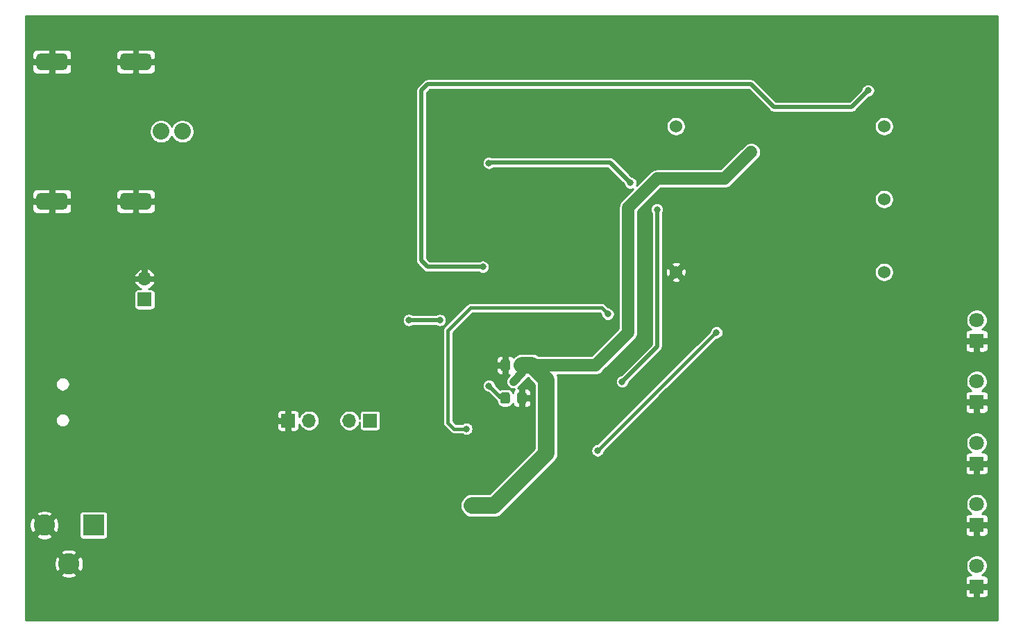
<source format=gbr>
%TF.GenerationSoftware,KiCad,Pcbnew,(5.1.9)-1*%
%TF.CreationDate,2021-10-22T15:42:19-05:00*%
%TF.ProjectId,simple-gpsdo,73696d70-6c65-42d6-9770-73646f2e6b69,C*%
%TF.SameCoordinates,Original*%
%TF.FileFunction,Copper,L2,Bot*%
%TF.FilePolarity,Positive*%
%FSLAX46Y46*%
G04 Gerber Fmt 4.6, Leading zero omitted, Abs format (unit mm)*
G04 Created by KiCad (PCBNEW (5.1.9)-1) date 2021-10-22 15:42:19*
%MOMM*%
%LPD*%
G01*
G04 APERTURE LIST*
%TA.AperFunction,ComponentPad*%
%ADD10C,1.524000*%
%TD*%
%TA.AperFunction,ComponentPad*%
%ADD11R,2.600000X2.600000*%
%TD*%
%TA.AperFunction,ComponentPad*%
%ADD12C,2.600000*%
%TD*%
%TA.AperFunction,ComponentPad*%
%ADD13C,2.032000*%
%TD*%
%TA.AperFunction,ComponentPad*%
%ADD14R,1.700000X1.700000*%
%TD*%
%TA.AperFunction,ComponentPad*%
%ADD15O,1.700000X1.700000*%
%TD*%
%TA.AperFunction,ComponentPad*%
%ADD16C,1.800000*%
%TD*%
%TA.AperFunction,ComponentPad*%
%ADD17R,1.800000X1.800000*%
%TD*%
%TA.AperFunction,ViaPad*%
%ADD18C,0.800000*%
%TD*%
%TA.AperFunction,ViaPad*%
%ADD19C,1.500000*%
%TD*%
%TA.AperFunction,Conductor*%
%ADD20C,0.500000*%
%TD*%
%TA.AperFunction,Conductor*%
%ADD21C,0.400000*%
%TD*%
%TA.AperFunction,Conductor*%
%ADD22C,2.000000*%
%TD*%
%TA.AperFunction,Conductor*%
%ADD23C,1.000000*%
%TD*%
%TA.AperFunction,Conductor*%
%ADD24C,1.500000*%
%TD*%
%TA.AperFunction,Conductor*%
%ADD25C,0.254000*%
%TD*%
%TA.AperFunction,Conductor*%
%ADD26C,0.100000*%
%TD*%
G04 APERTURE END LIST*
D10*
%TO.P,Y2,1*%
%TO.N,Net-(C26-Pad2)*%
X180200000Y-106640000D03*
%TO.P,Y2,2*%
%TO.N,Net-(Y2-Pad2)*%
X180200000Y-97750000D03*
%TO.P,Y2,3*%
%TO.N,Net-(FB2-Pad2)*%
X180200000Y-88860000D03*
%TO.P,Y2,4*%
%TO.N,Net-(R10-Pad2)*%
X154800000Y-88860000D03*
%TO.P,Y2,5*%
%TO.N,GND*%
X154800000Y-106640000D03*
%TD*%
%TO.P,C4,1*%
%TO.N,GND*%
%TA.AperFunction,SMDPad,CuDef*%
G36*
G01*
X136600000Y-121549999D02*
X136600000Y-122450001D01*
G75*
G02*
X136350001Y-122700000I-249999J0D01*
G01*
X135699999Y-122700000D01*
G75*
G02*
X135450000Y-122450001I0J249999D01*
G01*
X135450000Y-121549999D01*
G75*
G02*
X135699999Y-121300000I249999J0D01*
G01*
X136350001Y-121300000D01*
G75*
G02*
X136600000Y-121549999I0J-249999D01*
G01*
G37*
%TD.AperFunction*%
%TO.P,C4,2*%
%TO.N,Net-(C4-Pad2)*%
%TA.AperFunction,SMDPad,CuDef*%
G36*
G01*
X134550000Y-121549999D02*
X134550000Y-122450001D01*
G75*
G02*
X134300001Y-122700000I-249999J0D01*
G01*
X133649999Y-122700000D01*
G75*
G02*
X133400000Y-122450001I0J249999D01*
G01*
X133400000Y-121549999D01*
G75*
G02*
X133649999Y-121300000I249999J0D01*
G01*
X134300001Y-121300000D01*
G75*
G02*
X134550000Y-121549999I0J-249999D01*
G01*
G37*
%TD.AperFunction*%
%TD*%
%TO.P,C6,2*%
%TO.N,+5V*%
%TA.AperFunction,SMDPad,CuDef*%
G36*
G01*
X135450000Y-118450001D02*
X135450000Y-117549999D01*
G75*
G02*
X135699999Y-117300000I249999J0D01*
G01*
X136350001Y-117300000D01*
G75*
G02*
X136600000Y-117549999I0J-249999D01*
G01*
X136600000Y-118450001D01*
G75*
G02*
X136350001Y-118700000I-249999J0D01*
G01*
X135699999Y-118700000D01*
G75*
G02*
X135450000Y-118450001I0J249999D01*
G01*
G37*
%TD.AperFunction*%
%TO.P,C6,1*%
%TO.N,GND*%
%TA.AperFunction,SMDPad,CuDef*%
G36*
G01*
X133400000Y-118450001D02*
X133400000Y-117549999D01*
G75*
G02*
X133649999Y-117300000I249999J0D01*
G01*
X134300001Y-117300000D01*
G75*
G02*
X134550000Y-117549999I0J-249999D01*
G01*
X134550000Y-118450001D01*
G75*
G02*
X134300001Y-118700000I-249999J0D01*
G01*
X133649999Y-118700000D01*
G75*
G02*
X133400000Y-118450001I0J249999D01*
G01*
G37*
%TD.AperFunction*%
%TD*%
D11*
%TO.P,J2,1*%
%TO.N,Net-(F1-Pad2)*%
X83750000Y-137500000D03*
D12*
%TO.P,J2,2*%
%TO.N,GND*%
X77750000Y-137500000D03*
%TO.P,J2,3*%
X80750000Y-142200000D03*
%TD*%
D13*
%TO.P,J8,2*%
%TO.N,Net-(J8-Pad2)*%
X92000000Y-89500000D03*
%TO.P,J8,1*%
%TO.N,Net-(J8-Pad1)*%
X94590800Y-89500000D03*
%TO.P,J8,3*%
%TO.N,GND*%
%TA.AperFunction,ComponentPad*%
G36*
G01*
X87504200Y-96993000D02*
X90298200Y-96993000D01*
G75*
G02*
X90806200Y-97501000I0J-508000D01*
G01*
X90806200Y-98517000D01*
G75*
G02*
X90298200Y-99025000I-508000J0D01*
G01*
X87504200Y-99025000D01*
G75*
G02*
X86996200Y-98517000I0J508000D01*
G01*
X86996200Y-97501000D01*
G75*
G02*
X87504200Y-96993000I508000J0D01*
G01*
G37*
%TD.AperFunction*%
%TA.AperFunction,ComponentPad*%
G36*
G01*
X87504200Y-79975000D02*
X90298200Y-79975000D01*
G75*
G02*
X90806200Y-80483000I0J-508000D01*
G01*
X90806200Y-81499000D01*
G75*
G02*
X90298200Y-82007000I-508000J0D01*
G01*
X87504200Y-82007000D01*
G75*
G02*
X86996200Y-81499000I0J508000D01*
G01*
X86996200Y-80483000D01*
G75*
G02*
X87504200Y-79975000I508000J0D01*
G01*
G37*
%TD.AperFunction*%
%TA.AperFunction,ComponentPad*%
G36*
G01*
X77293400Y-96993000D02*
X80087400Y-96993000D01*
G75*
G02*
X80595400Y-97501000I0J-508000D01*
G01*
X80595400Y-98517000D01*
G75*
G02*
X80087400Y-99025000I-508000J0D01*
G01*
X77293400Y-99025000D01*
G75*
G02*
X76785400Y-98517000I0J508000D01*
G01*
X76785400Y-97501000D01*
G75*
G02*
X77293400Y-96993000I508000J0D01*
G01*
G37*
%TD.AperFunction*%
%TA.AperFunction,ComponentPad*%
G36*
G01*
X77293400Y-79975000D02*
X80087400Y-79975000D01*
G75*
G02*
X80595400Y-80483000I0J-508000D01*
G01*
X80595400Y-81499000D01*
G75*
G02*
X80087400Y-82007000I-508000J0D01*
G01*
X77293400Y-82007000D01*
G75*
G02*
X76785400Y-81499000I0J508000D01*
G01*
X76785400Y-80483000D01*
G75*
G02*
X77293400Y-79975000I508000J0D01*
G01*
G37*
%TD.AperFunction*%
%TD*%
D14*
%TO.P,JP2,1*%
%TO.N,Net-(C25-Pad1)*%
X117500000Y-124750000D03*
D15*
%TO.P,JP2,2*%
%TO.N,~RST*%
X114960000Y-124750000D03*
%TD*%
D14*
%TO.P,J1,1*%
%TO.N,GPS_PPS*%
X90000000Y-110000000D03*
D15*
%TO.P,J1,2*%
%TO.N,GND*%
X90000000Y-107460000D03*
%TD*%
D16*
%TO.P,D2,2*%
%TO.N,Net-(D2-Pad2)*%
X191500000Y-134960000D03*
D17*
%TO.P,D2,1*%
%TO.N,GND*%
X191500000Y-137500000D03*
%TD*%
%TO.P,D3,1*%
%TO.N,GND*%
X191500000Y-122500000D03*
D16*
%TO.P,D3,2*%
%TO.N,Net-(D3-Pad2)*%
X191500000Y-119960000D03*
%TD*%
%TO.P,D4,2*%
%TO.N,Net-(D4-Pad2)*%
X191500000Y-142460000D03*
D17*
%TO.P,D4,1*%
%TO.N,GND*%
X191500000Y-145000000D03*
%TD*%
%TO.P,D5,1*%
%TO.N,GND*%
X191500000Y-130000000D03*
D16*
%TO.P,D5,2*%
%TO.N,Net-(D5-Pad2)*%
X191500000Y-127460000D03*
%TD*%
D14*
%TO.P,SW1,1*%
%TO.N,GND*%
X107500000Y-124750000D03*
D15*
%TO.P,SW1,2*%
%TO.N,~RST*%
X110040000Y-124750000D03*
%TD*%
D17*
%TO.P,D6,1*%
%TO.N,GND*%
X191500000Y-115040000D03*
D16*
%TO.P,D6,2*%
%TO.N,Net-(D6-Pad2)*%
X191500000Y-112500000D03*
%TD*%
D18*
%TO.N,GND*%
X106750000Y-144000000D03*
X108000000Y-144000000D03*
X109250000Y-144000000D03*
X110500000Y-144000000D03*
X111750000Y-144000000D03*
X113000000Y-144000000D03*
X114250000Y-144000000D03*
X114250000Y-142750000D03*
X114250000Y-141500000D03*
X76500000Y-76250000D03*
X78000000Y-76250000D03*
X79500000Y-76250000D03*
X81000000Y-76250000D03*
X82500000Y-76250000D03*
X88500000Y-76250000D03*
X85500000Y-76250000D03*
X87000000Y-76250000D03*
X84000000Y-76250000D03*
X90000000Y-76250000D03*
X94500000Y-76250000D03*
X91500000Y-76250000D03*
X93000000Y-76250000D03*
X96000000Y-76250000D03*
X100500000Y-76250000D03*
X102000000Y-76250000D03*
X97500000Y-76250000D03*
X99000000Y-76250000D03*
X103500000Y-76250000D03*
X109500000Y-76250000D03*
X106500000Y-76250000D03*
X130500000Y-76250000D03*
X124500000Y-76250000D03*
X121500000Y-76250000D03*
X108000000Y-76250000D03*
X129000000Y-76250000D03*
X132000000Y-76250000D03*
X105000000Y-76250000D03*
X120000000Y-76250000D03*
X111000000Y-76250000D03*
X123000000Y-76250000D03*
X126000000Y-76250000D03*
X127500000Y-76250000D03*
X115500000Y-76250000D03*
X117000000Y-76250000D03*
X112500000Y-76250000D03*
X114000000Y-76250000D03*
X118500000Y-76250000D03*
X138000000Y-76250000D03*
X135000000Y-76250000D03*
X159000000Y-76250000D03*
X153000000Y-76250000D03*
X150000000Y-76250000D03*
X136500000Y-76250000D03*
X157500000Y-76250000D03*
X160500000Y-76250000D03*
X133500000Y-76250000D03*
X148500000Y-76250000D03*
X139500000Y-76250000D03*
X151500000Y-76250000D03*
X154500000Y-76250000D03*
X156000000Y-76250000D03*
X163500000Y-76250000D03*
X162000000Y-76250000D03*
X180000000Y-76250000D03*
X171000000Y-76250000D03*
X178500000Y-76250000D03*
X174000000Y-76250000D03*
X181500000Y-76250000D03*
X187500000Y-76250000D03*
X183000000Y-76250000D03*
X172500000Y-76250000D03*
X184500000Y-76250000D03*
X168000000Y-76250000D03*
X177000000Y-76250000D03*
X169500000Y-76250000D03*
X189000000Y-76250000D03*
X175500000Y-76250000D03*
X186000000Y-76250000D03*
X166500000Y-76250000D03*
X165000000Y-76250000D03*
X144000000Y-76250000D03*
X145500000Y-76250000D03*
X141000000Y-76250000D03*
X142500000Y-76250000D03*
X147000000Y-76250000D03*
X190500000Y-76250000D03*
X192000000Y-76250000D03*
X193500000Y-76250000D03*
X80750000Y-148250000D03*
X77750000Y-148250000D03*
X101750000Y-148250000D03*
X95750000Y-148250000D03*
X92750000Y-148250000D03*
X79250000Y-148250000D03*
X100250000Y-148250000D03*
X103250000Y-148250000D03*
X76250000Y-148250000D03*
X91250000Y-148250000D03*
X82250000Y-148250000D03*
X94250000Y-148250000D03*
X97250000Y-148250000D03*
X98750000Y-148250000D03*
X106250000Y-148250000D03*
X104750000Y-148250000D03*
X122750000Y-148250000D03*
X113750000Y-148250000D03*
X121250000Y-148250000D03*
X116750000Y-148250000D03*
X124250000Y-148250000D03*
X130250000Y-148250000D03*
X125750000Y-148250000D03*
X115250000Y-148250000D03*
X127250000Y-148250000D03*
X110750000Y-148250000D03*
X119750000Y-148250000D03*
X112250000Y-148250000D03*
X131750000Y-148250000D03*
X118250000Y-148250000D03*
X128750000Y-148250000D03*
X109250000Y-148250000D03*
X107750000Y-148250000D03*
X86750000Y-148250000D03*
X88250000Y-148250000D03*
X83750000Y-148250000D03*
X85250000Y-148250000D03*
X89750000Y-148250000D03*
X161750000Y-148250000D03*
X163250000Y-148250000D03*
X158750000Y-148250000D03*
X149750000Y-148250000D03*
X157250000Y-148250000D03*
X179750000Y-148250000D03*
X167750000Y-148250000D03*
X182750000Y-148250000D03*
X178250000Y-148250000D03*
X187250000Y-148250000D03*
X188750000Y-148250000D03*
X175250000Y-148250000D03*
X166250000Y-148250000D03*
X185750000Y-148250000D03*
X164750000Y-148250000D03*
X143750000Y-148250000D03*
X140750000Y-148250000D03*
X170750000Y-148250000D03*
X184250000Y-148250000D03*
X151250000Y-148250000D03*
X142250000Y-148250000D03*
X160250000Y-148250000D03*
X155750000Y-148250000D03*
X173750000Y-148250000D03*
X146750000Y-148250000D03*
X145250000Y-148250000D03*
X139250000Y-148250000D03*
X154250000Y-148250000D03*
X181250000Y-148250000D03*
X172250000Y-148250000D03*
X176750000Y-148250000D03*
X169250000Y-148250000D03*
X152750000Y-148250000D03*
X136250000Y-148250000D03*
X137750000Y-148250000D03*
X134750000Y-148250000D03*
X133250000Y-148250000D03*
X148250000Y-148250000D03*
X191750000Y-148250000D03*
X190250000Y-148250000D03*
X193250000Y-148250000D03*
X144500000Y-92250000D03*
X145750000Y-92250000D03*
X147000000Y-92250000D03*
X136250000Y-89250000D03*
X136250000Y-90500000D03*
X136250000Y-91750000D03*
X125500000Y-92250000D03*
X127000000Y-92250000D03*
X128500000Y-92250000D03*
X112500000Y-92250000D03*
X113750000Y-92250000D03*
X115000000Y-92000000D03*
X116000000Y-91000000D03*
X116500000Y-89750000D03*
X116500000Y-88500000D03*
X111500000Y-93000000D03*
X114000000Y-87250000D03*
X114000000Y-88500000D03*
X113500000Y-89750000D03*
X112250000Y-89750000D03*
X116500000Y-87250000D03*
X117750000Y-87250000D03*
X119000000Y-87250000D03*
X120250000Y-87250000D03*
X119750000Y-83750000D03*
X118500000Y-83750000D03*
X117250000Y-83750000D03*
X122500000Y-87250000D03*
X125250000Y-84750000D03*
X126500000Y-84750000D03*
X127750000Y-84750000D03*
X129000000Y-84750000D03*
X130250000Y-84750000D03*
X131500000Y-84750000D03*
X132750000Y-84750000D03*
X134000000Y-84750000D03*
X135250000Y-84750000D03*
X136500000Y-84750000D03*
X137750000Y-84750000D03*
X139000000Y-84750000D03*
X140250000Y-84750000D03*
X141500000Y-84750000D03*
X142750000Y-84750000D03*
X144000000Y-84750000D03*
X148250000Y-84750000D03*
X149500000Y-84750000D03*
X150750000Y-84750000D03*
X152000000Y-84750000D03*
X153250000Y-85250000D03*
X154250000Y-86250000D03*
X155250000Y-87250000D03*
X148250000Y-87250000D03*
X149500000Y-87250000D03*
X150750000Y-87250000D03*
X152000000Y-88000000D03*
X152750000Y-89000000D03*
X153500000Y-90250000D03*
X154750000Y-90750000D03*
X156000000Y-90500000D03*
X156750000Y-89500000D03*
X156500000Y-88250000D03*
X144000000Y-87250000D03*
X142750000Y-87250000D03*
X141500000Y-87250000D03*
X140250000Y-87250000D03*
X139000000Y-87250000D03*
X137750000Y-87250000D03*
X136500000Y-87250000D03*
X135250000Y-87250000D03*
X134000000Y-87250000D03*
X132750000Y-87250000D03*
X131500000Y-87250000D03*
X130250000Y-87250000D03*
X129000000Y-87250000D03*
X127750000Y-87250000D03*
X126500000Y-87250000D03*
X125250000Y-87250000D03*
X114000000Y-85000000D03*
X107250000Y-92250000D03*
X106000000Y-92250000D03*
X104750000Y-92250000D03*
X103750000Y-91250000D03*
X102750000Y-90250000D03*
X105750000Y-89750000D03*
X107250000Y-89750000D03*
X105000000Y-88750000D03*
X105000000Y-87500000D03*
X105000000Y-86250000D03*
X107500000Y-82000000D03*
X106000000Y-82000000D03*
X99500000Y-89000000D03*
X100750000Y-89000000D03*
X100750000Y-85500000D03*
X99500000Y-85500000D03*
X100750000Y-82250000D03*
X99500000Y-82250000D03*
X98250000Y-82250000D03*
X97000000Y-82250000D03*
X95750000Y-82250000D03*
X94500000Y-82250000D03*
X93500000Y-83000000D03*
X92500000Y-84000000D03*
X91500000Y-85000000D03*
X90500000Y-86000000D03*
X90500000Y-87250000D03*
X90250000Y-88500000D03*
X90000000Y-89750000D03*
X90500000Y-91000000D03*
X91750000Y-91750000D03*
X93250000Y-91250000D03*
X94750000Y-91750000D03*
X96000000Y-91250000D03*
X96750000Y-90250000D03*
X93250000Y-88000000D03*
X93500000Y-86750000D03*
X94500000Y-86000000D03*
X95750000Y-85500000D03*
X102000000Y-82250000D03*
X103250000Y-82250000D03*
X104500000Y-82250000D03*
X105250000Y-83500000D03*
X136000000Y-98000000D03*
X130750000Y-100250000D03*
X130750000Y-99000000D03*
X130750000Y-97750000D03*
X129500000Y-100250000D03*
X125750000Y-100250000D03*
X135500000Y-100250000D03*
X141750000Y-98250000D03*
X143000000Y-98250000D03*
X141750000Y-99500000D03*
X141750000Y-100750000D03*
X141750000Y-102000000D03*
X141750000Y-103250000D03*
X141750000Y-104500000D03*
X141750000Y-105750000D03*
X141750000Y-107000000D03*
X141750000Y-108250000D03*
X141750000Y-109500000D03*
X139750000Y-102000000D03*
X139750000Y-103250000D03*
X139750000Y-104500000D03*
X139750000Y-105750000D03*
X139750000Y-107000000D03*
X139750000Y-108250000D03*
X139750000Y-109500000D03*
X139750000Y-112000000D03*
X141750000Y-112000000D03*
X141750000Y-113250000D03*
X141750000Y-114500000D03*
X133250000Y-112750000D03*
X132000000Y-112750000D03*
X130750000Y-112750000D03*
X131000000Y-118750000D03*
X131000000Y-121250000D03*
X131000000Y-122500000D03*
X131000000Y-123750000D03*
X133750000Y-124000000D03*
X135000000Y-124000000D03*
X136250000Y-124000000D03*
X133750000Y-116000000D03*
X135000000Y-116000000D03*
X136250000Y-116000000D03*
X137500000Y-116000000D03*
X139750000Y-100750000D03*
X135500000Y-96750000D03*
X137000000Y-99000000D03*
X122500000Y-89250000D03*
X120250000Y-88500000D03*
X121250000Y-89250000D03*
X113000000Y-142750000D03*
X111750000Y-142750000D03*
X115500000Y-142750000D03*
X115500000Y-141500000D03*
X99750000Y-137000000D03*
X98500000Y-137000000D03*
X87750000Y-144250000D03*
X89000000Y-144250000D03*
X90250000Y-144250000D03*
X91500000Y-144250000D03*
X92750000Y-144250000D03*
%TO.N,GPS_PPS*%
X148250000Y-120000000D03*
X152500000Y-99000000D03*
X149250000Y-95750000D03*
X132000000Y-93350000D03*
%TO.N,Net-(C4-Pad2)*%
X132000000Y-120500000D03*
%TO.N,/PWM_D3*%
X145250000Y-128400010D03*
X159750000Y-114000000D03*
%TO.N,/PWM_D11*%
X146500000Y-111750000D03*
X129250000Y-125750000D03*
%TO.N,/ADC2*%
X131250000Y-106000000D03*
X178250000Y-84500000D03*
D19*
%TO.N,+5V*%
X129900000Y-135100000D03*
D18*
X135000000Y-120000000D03*
X122250000Y-112500000D03*
X126000000Y-112500000D03*
D19*
X164000000Y-92000000D03*
X149000000Y-98750000D03*
%TD*%
D20*
%TO.N,GPS_PPS*%
X148250000Y-120000000D02*
X152500000Y-115750000D01*
X152500000Y-115750000D02*
X152500000Y-99000000D01*
X149250000Y-95750000D02*
X146750000Y-93250000D01*
X132100000Y-93250000D02*
X132000000Y-93350000D01*
X146750000Y-93250000D02*
X132100000Y-93250000D01*
%TO.N,Net-(C4-Pad2)*%
X133500000Y-122000000D02*
X132000000Y-120500000D01*
X133975000Y-122000000D02*
X133500000Y-122000000D01*
D21*
%TO.N,/PWM_D3*%
X159650010Y-114000000D02*
X159750000Y-114000000D01*
X145250000Y-128400010D02*
X159650010Y-114000000D01*
%TO.N,/PWM_D11*%
X146500000Y-111750000D02*
X145750000Y-111000000D01*
X145750000Y-111000000D02*
X129750000Y-111000000D01*
X129750000Y-111000000D02*
X127000000Y-113750000D01*
X127000000Y-113750000D02*
X127000000Y-125000000D01*
X127750000Y-125750000D02*
X129250000Y-125750000D01*
X127000000Y-125000000D02*
X127750000Y-125750000D01*
D20*
%TO.N,/ADC2*%
X131250000Y-106000000D02*
X124500000Y-106000000D01*
X124500000Y-106000000D02*
X123750000Y-105250000D01*
X123750000Y-105250000D02*
X123750000Y-84500000D01*
X123750000Y-84500000D02*
X124500000Y-83750000D01*
X124500000Y-83750000D02*
X164000000Y-83750000D01*
X164000000Y-83750000D02*
X166750000Y-86500000D01*
X176250000Y-86500000D02*
X178250000Y-84500000D01*
X166750000Y-86500000D02*
X176250000Y-86500000D01*
D22*
%TO.N,+5V*%
X129900000Y-135100000D02*
X132650000Y-135100000D01*
X132650000Y-135100000D02*
X139000000Y-128750000D01*
X139000000Y-128750000D02*
X139000000Y-119750000D01*
X137250000Y-118000000D02*
X136025000Y-118000000D01*
X139000000Y-119750000D02*
X137250000Y-118000000D01*
D23*
X136025000Y-118975000D02*
X135000000Y-120000000D01*
X136025000Y-118000000D02*
X136025000Y-118975000D01*
D20*
X122250000Y-112500000D02*
X126000000Y-112500000D01*
D24*
X136025000Y-118000000D02*
X145000000Y-118000000D01*
X145000000Y-118000000D02*
X149000000Y-114000000D01*
X149000000Y-114000000D02*
X149000000Y-98750000D01*
X149000000Y-98750000D02*
X152500000Y-95250000D01*
X152500000Y-95250000D02*
X160750000Y-95250000D01*
X160750000Y-95250000D02*
X164000000Y-92000000D01*
X164000000Y-92000000D02*
X164000000Y-92000000D01*
X149000000Y-98750000D02*
X149000000Y-98750000D01*
%TD*%
D25*
%TO.N,GND*%
X194048001Y-149048000D02*
X75452000Y-149048000D01*
X75452000Y-145900000D01*
X190095571Y-145900000D01*
X190105263Y-145998409D01*
X190133968Y-146093037D01*
X190180583Y-146180246D01*
X190243315Y-146256685D01*
X190319754Y-146319417D01*
X190406963Y-146366032D01*
X190501591Y-146394737D01*
X190600000Y-146404429D01*
X191126500Y-146402000D01*
X191252000Y-146276500D01*
X191252000Y-145248000D01*
X191748000Y-145248000D01*
X191748000Y-146276500D01*
X191873500Y-146402000D01*
X192400000Y-146404429D01*
X192498409Y-146394737D01*
X192593037Y-146366032D01*
X192680246Y-146319417D01*
X192756685Y-146256685D01*
X192819417Y-146180246D01*
X192866032Y-146093037D01*
X192894737Y-145998409D01*
X192904429Y-145900000D01*
X192902000Y-145373500D01*
X192776500Y-145248000D01*
X191748000Y-145248000D01*
X191252000Y-145248000D01*
X190223500Y-145248000D01*
X190098000Y-145373500D01*
X190095571Y-145900000D01*
X75452000Y-145900000D01*
X75452000Y-144100000D01*
X190095571Y-144100000D01*
X190098000Y-144626500D01*
X190223500Y-144752000D01*
X191252000Y-144752000D01*
X191252000Y-144732000D01*
X191748000Y-144732000D01*
X191748000Y-144752000D01*
X192776500Y-144752000D01*
X192902000Y-144626500D01*
X192904429Y-144100000D01*
X192894737Y-144001591D01*
X192866032Y-143906963D01*
X192819417Y-143819754D01*
X192756685Y-143743315D01*
X192680246Y-143680583D01*
X192593037Y-143633968D01*
X192498409Y-143605263D01*
X192400000Y-143595571D01*
X192187568Y-143596551D01*
X192345913Y-143490748D01*
X192530748Y-143305913D01*
X192675972Y-143088570D01*
X192776004Y-142847072D01*
X192827000Y-142590698D01*
X192827000Y-142329302D01*
X192776004Y-142072928D01*
X192675972Y-141831430D01*
X192530748Y-141614087D01*
X192345913Y-141429252D01*
X192128570Y-141284028D01*
X191887072Y-141183996D01*
X191630698Y-141133000D01*
X191369302Y-141133000D01*
X191112928Y-141183996D01*
X190871430Y-141284028D01*
X190654087Y-141429252D01*
X190469252Y-141614087D01*
X190324028Y-141831430D01*
X190223996Y-142072928D01*
X190173000Y-142329302D01*
X190173000Y-142590698D01*
X190223996Y-142847072D01*
X190324028Y-143088570D01*
X190469252Y-143305913D01*
X190654087Y-143490748D01*
X190812432Y-143596551D01*
X190600000Y-143595571D01*
X190501591Y-143605263D01*
X190406963Y-143633968D01*
X190319754Y-143680583D01*
X190243315Y-143743315D01*
X190180583Y-143819754D01*
X190133968Y-143906963D01*
X190105263Y-144001591D01*
X190095571Y-144100000D01*
X75452000Y-144100000D01*
X75452000Y-143554018D01*
X79746707Y-143554018D01*
X79896352Y-143796868D01*
X80224289Y-143932723D01*
X80572428Y-144001990D01*
X80927390Y-144002008D01*
X81275537Y-143932776D01*
X81603486Y-143796954D01*
X81603648Y-143796868D01*
X81753293Y-143554018D01*
X80750000Y-142550725D01*
X79746707Y-143554018D01*
X75452000Y-143554018D01*
X75452000Y-142377390D01*
X78947992Y-142377390D01*
X79017224Y-142725537D01*
X79153046Y-143053486D01*
X79153132Y-143053648D01*
X79395982Y-143203293D01*
X80399275Y-142200000D01*
X81100725Y-142200000D01*
X82104018Y-143203293D01*
X82346868Y-143053648D01*
X82482723Y-142725711D01*
X82551990Y-142377572D01*
X82552008Y-142022610D01*
X82482776Y-141674463D01*
X82346954Y-141346514D01*
X82346868Y-141346352D01*
X82104018Y-141196707D01*
X81100725Y-142200000D01*
X80399275Y-142200000D01*
X79395982Y-141196707D01*
X79153132Y-141346352D01*
X79017277Y-141674289D01*
X78948010Y-142022428D01*
X78947992Y-142377390D01*
X75452000Y-142377390D01*
X75452000Y-140845982D01*
X79746707Y-140845982D01*
X80750000Y-141849275D01*
X81753293Y-140845982D01*
X81603648Y-140603132D01*
X81275711Y-140467277D01*
X80927572Y-140398010D01*
X80572610Y-140397992D01*
X80224463Y-140467224D01*
X79896514Y-140603046D01*
X79896352Y-140603132D01*
X79746707Y-140845982D01*
X75452000Y-140845982D01*
X75452000Y-138854018D01*
X76746707Y-138854018D01*
X76896352Y-139096868D01*
X77224289Y-139232723D01*
X77572428Y-139301990D01*
X77927390Y-139302008D01*
X78275537Y-139232776D01*
X78603486Y-139096954D01*
X78603648Y-139096868D01*
X78753293Y-138854018D01*
X77750000Y-137850725D01*
X76746707Y-138854018D01*
X75452000Y-138854018D01*
X75452000Y-137677390D01*
X75947992Y-137677390D01*
X76017224Y-138025537D01*
X76153046Y-138353486D01*
X76153132Y-138353648D01*
X76395982Y-138503293D01*
X77399275Y-137500000D01*
X78100725Y-137500000D01*
X79104018Y-138503293D01*
X79346868Y-138353648D01*
X79482723Y-138025711D01*
X79551990Y-137677572D01*
X79552008Y-137322610D01*
X79482776Y-136974463D01*
X79346954Y-136646514D01*
X79346868Y-136646352D01*
X79104018Y-136496707D01*
X78100725Y-137500000D01*
X77399275Y-137500000D01*
X76395982Y-136496707D01*
X76153132Y-136646352D01*
X76017277Y-136974289D01*
X75948010Y-137322428D01*
X75947992Y-137677390D01*
X75452000Y-137677390D01*
X75452000Y-136145982D01*
X76746707Y-136145982D01*
X77750000Y-137149275D01*
X78699275Y-136200000D01*
X82020934Y-136200000D01*
X82020934Y-138800000D01*
X82029178Y-138883707D01*
X82053595Y-138964196D01*
X82093245Y-139038376D01*
X82146605Y-139103395D01*
X82211624Y-139156755D01*
X82285804Y-139196405D01*
X82366293Y-139220822D01*
X82450000Y-139229066D01*
X85050000Y-139229066D01*
X85133707Y-139220822D01*
X85214196Y-139196405D01*
X85288376Y-139156755D01*
X85353395Y-139103395D01*
X85406755Y-139038376D01*
X85446405Y-138964196D01*
X85470822Y-138883707D01*
X85479066Y-138800000D01*
X85479066Y-138400000D01*
X190095571Y-138400000D01*
X190105263Y-138498409D01*
X190133968Y-138593037D01*
X190180583Y-138680246D01*
X190243315Y-138756685D01*
X190319754Y-138819417D01*
X190406963Y-138866032D01*
X190501591Y-138894737D01*
X190600000Y-138904429D01*
X191126500Y-138902000D01*
X191252000Y-138776500D01*
X191252000Y-137748000D01*
X191748000Y-137748000D01*
X191748000Y-138776500D01*
X191873500Y-138902000D01*
X192400000Y-138904429D01*
X192498409Y-138894737D01*
X192593037Y-138866032D01*
X192680246Y-138819417D01*
X192756685Y-138756685D01*
X192819417Y-138680246D01*
X192866032Y-138593037D01*
X192894737Y-138498409D01*
X192904429Y-138400000D01*
X192902000Y-137873500D01*
X192776500Y-137748000D01*
X191748000Y-137748000D01*
X191252000Y-137748000D01*
X190223500Y-137748000D01*
X190098000Y-137873500D01*
X190095571Y-138400000D01*
X85479066Y-138400000D01*
X85479066Y-136600000D01*
X190095571Y-136600000D01*
X190098000Y-137126500D01*
X190223500Y-137252000D01*
X191252000Y-137252000D01*
X191252000Y-137232000D01*
X191748000Y-137232000D01*
X191748000Y-137252000D01*
X192776500Y-137252000D01*
X192902000Y-137126500D01*
X192904429Y-136600000D01*
X192894737Y-136501591D01*
X192866032Y-136406963D01*
X192819417Y-136319754D01*
X192756685Y-136243315D01*
X192680246Y-136180583D01*
X192593037Y-136133968D01*
X192498409Y-136105263D01*
X192400000Y-136095571D01*
X192187568Y-136096551D01*
X192345913Y-135990748D01*
X192530748Y-135805913D01*
X192675972Y-135588570D01*
X192776004Y-135347072D01*
X192827000Y-135090698D01*
X192827000Y-134829302D01*
X192776004Y-134572928D01*
X192675972Y-134331430D01*
X192530748Y-134114087D01*
X192345913Y-133929252D01*
X192128570Y-133784028D01*
X191887072Y-133683996D01*
X191630698Y-133633000D01*
X191369302Y-133633000D01*
X191112928Y-133683996D01*
X190871430Y-133784028D01*
X190654087Y-133929252D01*
X190469252Y-134114087D01*
X190324028Y-134331430D01*
X190223996Y-134572928D01*
X190173000Y-134829302D01*
X190173000Y-135090698D01*
X190223996Y-135347072D01*
X190324028Y-135588570D01*
X190469252Y-135805913D01*
X190654087Y-135990748D01*
X190812432Y-136096551D01*
X190600000Y-136095571D01*
X190501591Y-136105263D01*
X190406963Y-136133968D01*
X190319754Y-136180583D01*
X190243315Y-136243315D01*
X190180583Y-136319754D01*
X190133968Y-136406963D01*
X190105263Y-136501591D01*
X190095571Y-136600000D01*
X85479066Y-136600000D01*
X85479066Y-136200000D01*
X85470822Y-136116293D01*
X85446405Y-136035804D01*
X85406755Y-135961624D01*
X85353395Y-135896605D01*
X85288376Y-135843245D01*
X85214196Y-135803595D01*
X85133707Y-135779178D01*
X85050000Y-135770934D01*
X82450000Y-135770934D01*
X82366293Y-135779178D01*
X82285804Y-135803595D01*
X82211624Y-135843245D01*
X82146605Y-135896605D01*
X82093245Y-135961624D01*
X82053595Y-136035804D01*
X82029178Y-136116293D01*
X82020934Y-136200000D01*
X78699275Y-136200000D01*
X78753293Y-136145982D01*
X78603648Y-135903132D01*
X78275711Y-135767277D01*
X77927572Y-135698010D01*
X77572610Y-135697992D01*
X77224463Y-135767224D01*
X76896514Y-135903046D01*
X76896352Y-135903132D01*
X76746707Y-136145982D01*
X75452000Y-136145982D01*
X75452000Y-135100000D01*
X128466096Y-135100000D01*
X128493648Y-135379741D01*
X128575245Y-135648731D01*
X128707752Y-135896634D01*
X128886077Y-136113923D01*
X129103366Y-136292248D01*
X129351269Y-136424755D01*
X129620259Y-136506352D01*
X129829902Y-136527000D01*
X132579912Y-136527000D01*
X132650000Y-136533903D01*
X132720088Y-136527000D01*
X132720098Y-136527000D01*
X132929741Y-136506352D01*
X133198731Y-136424755D01*
X133446634Y-136292248D01*
X133663923Y-136113923D01*
X133708609Y-136059473D01*
X138868082Y-130900000D01*
X190095571Y-130900000D01*
X190105263Y-130998409D01*
X190133968Y-131093037D01*
X190180583Y-131180246D01*
X190243315Y-131256685D01*
X190319754Y-131319417D01*
X190406963Y-131366032D01*
X190501591Y-131394737D01*
X190600000Y-131404429D01*
X191126500Y-131402000D01*
X191252000Y-131276500D01*
X191252000Y-130248000D01*
X191748000Y-130248000D01*
X191748000Y-131276500D01*
X191873500Y-131402000D01*
X192400000Y-131404429D01*
X192498409Y-131394737D01*
X192593037Y-131366032D01*
X192680246Y-131319417D01*
X192756685Y-131256685D01*
X192819417Y-131180246D01*
X192866032Y-131093037D01*
X192894737Y-130998409D01*
X192904429Y-130900000D01*
X192902000Y-130373500D01*
X192776500Y-130248000D01*
X191748000Y-130248000D01*
X191252000Y-130248000D01*
X190223500Y-130248000D01*
X190098000Y-130373500D01*
X190095571Y-130900000D01*
X138868082Y-130900000D01*
X139959483Y-129808600D01*
X140013922Y-129763923D01*
X140058601Y-129709482D01*
X140058608Y-129709475D01*
X140192247Y-129546635D01*
X140192248Y-129546634D01*
X140324755Y-129298731D01*
X140406352Y-129029741D01*
X140427000Y-128820098D01*
X140427000Y-128820089D01*
X140433903Y-128750001D01*
X140427000Y-128679913D01*
X140427000Y-128318558D01*
X144423000Y-128318558D01*
X144423000Y-128481462D01*
X144454782Y-128641237D01*
X144517123Y-128791741D01*
X144607628Y-128927191D01*
X144722819Y-129042382D01*
X144858269Y-129132887D01*
X145008773Y-129195228D01*
X145168548Y-129227010D01*
X145331452Y-129227010D01*
X145491227Y-129195228D01*
X145641731Y-129132887D01*
X145690949Y-129100000D01*
X190095571Y-129100000D01*
X190098000Y-129626500D01*
X190223500Y-129752000D01*
X191252000Y-129752000D01*
X191252000Y-129732000D01*
X191748000Y-129732000D01*
X191748000Y-129752000D01*
X192776500Y-129752000D01*
X192902000Y-129626500D01*
X192904429Y-129100000D01*
X192894737Y-129001591D01*
X192866032Y-128906963D01*
X192819417Y-128819754D01*
X192756685Y-128743315D01*
X192680246Y-128680583D01*
X192593037Y-128633968D01*
X192498409Y-128605263D01*
X192400000Y-128595571D01*
X192187568Y-128596551D01*
X192345913Y-128490748D01*
X192530748Y-128305913D01*
X192675972Y-128088570D01*
X192776004Y-127847072D01*
X192827000Y-127590698D01*
X192827000Y-127329302D01*
X192776004Y-127072928D01*
X192675972Y-126831430D01*
X192530748Y-126614087D01*
X192345913Y-126429252D01*
X192128570Y-126284028D01*
X191887072Y-126183996D01*
X191630698Y-126133000D01*
X191369302Y-126133000D01*
X191112928Y-126183996D01*
X190871430Y-126284028D01*
X190654087Y-126429252D01*
X190469252Y-126614087D01*
X190324028Y-126831430D01*
X190223996Y-127072928D01*
X190173000Y-127329302D01*
X190173000Y-127590698D01*
X190223996Y-127847072D01*
X190324028Y-128088570D01*
X190469252Y-128305913D01*
X190654087Y-128490748D01*
X190812432Y-128596551D01*
X190600000Y-128595571D01*
X190501591Y-128605263D01*
X190406963Y-128633968D01*
X190319754Y-128680583D01*
X190243315Y-128743315D01*
X190180583Y-128819754D01*
X190133968Y-128906963D01*
X190105263Y-129001591D01*
X190095571Y-129100000D01*
X145690949Y-129100000D01*
X145777181Y-129042382D01*
X145892372Y-128927191D01*
X145982877Y-128791741D01*
X146045218Y-128641237D01*
X146077000Y-128481462D01*
X146077000Y-128459721D01*
X151136721Y-123400000D01*
X190095571Y-123400000D01*
X190105263Y-123498409D01*
X190133968Y-123593037D01*
X190180583Y-123680246D01*
X190243315Y-123756685D01*
X190319754Y-123819417D01*
X190406963Y-123866032D01*
X190501591Y-123894737D01*
X190600000Y-123904429D01*
X191126500Y-123902000D01*
X191252000Y-123776500D01*
X191252000Y-122748000D01*
X191748000Y-122748000D01*
X191748000Y-123776500D01*
X191873500Y-123902000D01*
X192400000Y-123904429D01*
X192498409Y-123894737D01*
X192593037Y-123866032D01*
X192680246Y-123819417D01*
X192756685Y-123756685D01*
X192819417Y-123680246D01*
X192866032Y-123593037D01*
X192894737Y-123498409D01*
X192904429Y-123400000D01*
X192902000Y-122873500D01*
X192776500Y-122748000D01*
X191748000Y-122748000D01*
X191252000Y-122748000D01*
X190223500Y-122748000D01*
X190098000Y-122873500D01*
X190095571Y-123400000D01*
X151136721Y-123400000D01*
X152936721Y-121600000D01*
X190095571Y-121600000D01*
X190098000Y-122126500D01*
X190223500Y-122252000D01*
X191252000Y-122252000D01*
X191252000Y-122232000D01*
X191748000Y-122232000D01*
X191748000Y-122252000D01*
X192776500Y-122252000D01*
X192902000Y-122126500D01*
X192904429Y-121600000D01*
X192894737Y-121501591D01*
X192866032Y-121406963D01*
X192819417Y-121319754D01*
X192756685Y-121243315D01*
X192680246Y-121180583D01*
X192593037Y-121133968D01*
X192498409Y-121105263D01*
X192400000Y-121095571D01*
X192187568Y-121096551D01*
X192345913Y-120990748D01*
X192530748Y-120805913D01*
X192675972Y-120588570D01*
X192776004Y-120347072D01*
X192827000Y-120090698D01*
X192827000Y-119829302D01*
X192776004Y-119572928D01*
X192675972Y-119331430D01*
X192530748Y-119114087D01*
X192345913Y-118929252D01*
X192128570Y-118784028D01*
X191887072Y-118683996D01*
X191630698Y-118633000D01*
X191369302Y-118633000D01*
X191112928Y-118683996D01*
X190871430Y-118784028D01*
X190654087Y-118929252D01*
X190469252Y-119114087D01*
X190324028Y-119331430D01*
X190223996Y-119572928D01*
X190173000Y-119829302D01*
X190173000Y-120090698D01*
X190223996Y-120347072D01*
X190324028Y-120588570D01*
X190469252Y-120805913D01*
X190654087Y-120990748D01*
X190812432Y-121096551D01*
X190600000Y-121095571D01*
X190501591Y-121105263D01*
X190406963Y-121133968D01*
X190319754Y-121180583D01*
X190243315Y-121243315D01*
X190180583Y-121319754D01*
X190133968Y-121406963D01*
X190105263Y-121501591D01*
X190095571Y-121600000D01*
X152936721Y-121600000D01*
X158596721Y-115940000D01*
X190095571Y-115940000D01*
X190105263Y-116038409D01*
X190133968Y-116133037D01*
X190180583Y-116220246D01*
X190243315Y-116296685D01*
X190319754Y-116359417D01*
X190406963Y-116406032D01*
X190501591Y-116434737D01*
X190600000Y-116444429D01*
X191126500Y-116442000D01*
X191252000Y-116316500D01*
X191252000Y-115288000D01*
X191748000Y-115288000D01*
X191748000Y-116316500D01*
X191873500Y-116442000D01*
X192400000Y-116444429D01*
X192498409Y-116434737D01*
X192593037Y-116406032D01*
X192680246Y-116359417D01*
X192756685Y-116296685D01*
X192819417Y-116220246D01*
X192866032Y-116133037D01*
X192894737Y-116038409D01*
X192904429Y-115940000D01*
X192902000Y-115413500D01*
X192776500Y-115288000D01*
X191748000Y-115288000D01*
X191252000Y-115288000D01*
X190223500Y-115288000D01*
X190098000Y-115413500D01*
X190095571Y-115940000D01*
X158596721Y-115940000D01*
X159709722Y-114827000D01*
X159831452Y-114827000D01*
X159991227Y-114795218D01*
X160141731Y-114732877D01*
X160277181Y-114642372D01*
X160392372Y-114527181D01*
X160482877Y-114391731D01*
X160545218Y-114241227D01*
X160565353Y-114140000D01*
X190095571Y-114140000D01*
X190098000Y-114666500D01*
X190223500Y-114792000D01*
X191252000Y-114792000D01*
X191252000Y-114772000D01*
X191748000Y-114772000D01*
X191748000Y-114792000D01*
X192776500Y-114792000D01*
X192902000Y-114666500D01*
X192904429Y-114140000D01*
X192894737Y-114041591D01*
X192866032Y-113946963D01*
X192819417Y-113859754D01*
X192756685Y-113783315D01*
X192680246Y-113720583D01*
X192593037Y-113673968D01*
X192498409Y-113645263D01*
X192400000Y-113635571D01*
X192187568Y-113636551D01*
X192345913Y-113530748D01*
X192530748Y-113345913D01*
X192675972Y-113128570D01*
X192776004Y-112887072D01*
X192827000Y-112630698D01*
X192827000Y-112369302D01*
X192776004Y-112112928D01*
X192675972Y-111871430D01*
X192530748Y-111654087D01*
X192345913Y-111469252D01*
X192128570Y-111324028D01*
X191887072Y-111223996D01*
X191630698Y-111173000D01*
X191369302Y-111173000D01*
X191112928Y-111223996D01*
X190871430Y-111324028D01*
X190654087Y-111469252D01*
X190469252Y-111654087D01*
X190324028Y-111871430D01*
X190223996Y-112112928D01*
X190173000Y-112369302D01*
X190173000Y-112630698D01*
X190223996Y-112887072D01*
X190324028Y-113128570D01*
X190469252Y-113345913D01*
X190654087Y-113530748D01*
X190812432Y-113636551D01*
X190600000Y-113635571D01*
X190501591Y-113645263D01*
X190406963Y-113673968D01*
X190319754Y-113720583D01*
X190243315Y-113783315D01*
X190180583Y-113859754D01*
X190133968Y-113946963D01*
X190105263Y-114041591D01*
X190095571Y-114140000D01*
X160565353Y-114140000D01*
X160577000Y-114081452D01*
X160577000Y-113918548D01*
X160545218Y-113758773D01*
X160482877Y-113608269D01*
X160392372Y-113472819D01*
X160277181Y-113357628D01*
X160141731Y-113267123D01*
X159991227Y-113204782D01*
X159831452Y-113173000D01*
X159668548Y-113173000D01*
X159508773Y-113204782D01*
X159358269Y-113267123D01*
X159222819Y-113357628D01*
X159107628Y-113472819D01*
X159017123Y-113608269D01*
X158954782Y-113758773D01*
X158942430Y-113820868D01*
X145190289Y-127573010D01*
X145168548Y-127573010D01*
X145008773Y-127604792D01*
X144858269Y-127667133D01*
X144722819Y-127757638D01*
X144607628Y-127872829D01*
X144517123Y-128008279D01*
X144454782Y-128158783D01*
X144423000Y-128318558D01*
X140427000Y-128318558D01*
X140427000Y-119918548D01*
X147423000Y-119918548D01*
X147423000Y-120081452D01*
X147454782Y-120241227D01*
X147517123Y-120391731D01*
X147607628Y-120527181D01*
X147722819Y-120642372D01*
X147858269Y-120732877D01*
X148008773Y-120795218D01*
X148168548Y-120827000D01*
X148331452Y-120827000D01*
X148491227Y-120795218D01*
X148641731Y-120732877D01*
X148777181Y-120642372D01*
X148892372Y-120527181D01*
X148982877Y-120391731D01*
X149045218Y-120241227D01*
X149064840Y-120142582D01*
X152955206Y-116252217D01*
X152981026Y-116231027D01*
X153002218Y-116205205D01*
X153002224Y-116205199D01*
X153065628Y-116127941D01*
X153128492Y-116010330D01*
X153167204Y-115882715D01*
X153180275Y-115750000D01*
X153177000Y-115716748D01*
X153177000Y-107605502D01*
X154185223Y-107605502D01*
X154268450Y-107793538D01*
X154503707Y-107875073D01*
X154750351Y-107909145D01*
X154998903Y-107894445D01*
X155239811Y-107831537D01*
X155331550Y-107793538D01*
X155414777Y-107605502D01*
X154800000Y-106990725D01*
X154185223Y-107605502D01*
X153177000Y-107605502D01*
X153177000Y-106590351D01*
X153530855Y-106590351D01*
X153545555Y-106838903D01*
X153608463Y-107079811D01*
X153646462Y-107171550D01*
X153834498Y-107254777D01*
X154449275Y-106640000D01*
X155150725Y-106640000D01*
X155765502Y-107254777D01*
X155953538Y-107171550D01*
X156035073Y-106936293D01*
X156069145Y-106689649D01*
X156059283Y-106522894D01*
X179011000Y-106522894D01*
X179011000Y-106757106D01*
X179056693Y-106986818D01*
X179146322Y-107203203D01*
X179276443Y-107397943D01*
X179442057Y-107563557D01*
X179636797Y-107693678D01*
X179853182Y-107783307D01*
X180082894Y-107829000D01*
X180317106Y-107829000D01*
X180546818Y-107783307D01*
X180763203Y-107693678D01*
X180957943Y-107563557D01*
X181123557Y-107397943D01*
X181253678Y-107203203D01*
X181343307Y-106986818D01*
X181389000Y-106757106D01*
X181389000Y-106522894D01*
X181343307Y-106293182D01*
X181253678Y-106076797D01*
X181123557Y-105882057D01*
X180957943Y-105716443D01*
X180763203Y-105586322D01*
X180546818Y-105496693D01*
X180317106Y-105451000D01*
X180082894Y-105451000D01*
X179853182Y-105496693D01*
X179636797Y-105586322D01*
X179442057Y-105716443D01*
X179276443Y-105882057D01*
X179146322Y-106076797D01*
X179056693Y-106293182D01*
X179011000Y-106522894D01*
X156059283Y-106522894D01*
X156054445Y-106441097D01*
X155991537Y-106200189D01*
X155953538Y-106108450D01*
X155765502Y-106025223D01*
X155150725Y-106640000D01*
X154449275Y-106640000D01*
X153834498Y-106025223D01*
X153646462Y-106108450D01*
X153564927Y-106343707D01*
X153530855Y-106590351D01*
X153177000Y-106590351D01*
X153177000Y-105674498D01*
X154185223Y-105674498D01*
X154800000Y-106289275D01*
X155414777Y-105674498D01*
X155331550Y-105486462D01*
X155096293Y-105404927D01*
X154849649Y-105370855D01*
X154601097Y-105385555D01*
X154360189Y-105448463D01*
X154268450Y-105486462D01*
X154185223Y-105674498D01*
X153177000Y-105674498D01*
X153177000Y-99475357D01*
X153232877Y-99391731D01*
X153295218Y-99241227D01*
X153327000Y-99081452D01*
X153327000Y-98918548D01*
X153295218Y-98758773D01*
X153232877Y-98608269D01*
X153142372Y-98472819D01*
X153027181Y-98357628D01*
X152891731Y-98267123D01*
X152741227Y-98204782D01*
X152581452Y-98173000D01*
X152418548Y-98173000D01*
X152258773Y-98204782D01*
X152108269Y-98267123D01*
X151972819Y-98357628D01*
X151857628Y-98472819D01*
X151767123Y-98608269D01*
X151704782Y-98758773D01*
X151673000Y-98918548D01*
X151673000Y-99081452D01*
X151704782Y-99241227D01*
X151767123Y-99391731D01*
X151823001Y-99475358D01*
X151823000Y-115469577D01*
X148107418Y-119185160D01*
X148008773Y-119204782D01*
X147858269Y-119267123D01*
X147722819Y-119357628D01*
X147607628Y-119472819D01*
X147517123Y-119608269D01*
X147454782Y-119758773D01*
X147423000Y-119918548D01*
X140427000Y-119918548D01*
X140427000Y-119820090D01*
X140433903Y-119750000D01*
X140427000Y-119679910D01*
X140427000Y-119679902D01*
X140406352Y-119470259D01*
X140324755Y-119201269D01*
X140311783Y-119177000D01*
X144942188Y-119177000D01*
X145000000Y-119182694D01*
X145057812Y-119177000D01*
X145230732Y-119159969D01*
X145452597Y-119092667D01*
X145657070Y-118983374D01*
X145836291Y-118836291D01*
X145873151Y-118791377D01*
X149791384Y-114873145D01*
X149836291Y-114836291D01*
X149983374Y-114657070D01*
X150092667Y-114452597D01*
X150159969Y-114230732D01*
X150177000Y-114057812D01*
X150177000Y-114057803D01*
X150182693Y-114000001D01*
X150177000Y-113942199D01*
X150177000Y-99237528D01*
X151781634Y-97632894D01*
X179011000Y-97632894D01*
X179011000Y-97867106D01*
X179056693Y-98096818D01*
X179146322Y-98313203D01*
X179276443Y-98507943D01*
X179442057Y-98673557D01*
X179636797Y-98803678D01*
X179853182Y-98893307D01*
X180082894Y-98939000D01*
X180317106Y-98939000D01*
X180546818Y-98893307D01*
X180763203Y-98803678D01*
X180957943Y-98673557D01*
X181123557Y-98507943D01*
X181253678Y-98313203D01*
X181343307Y-98096818D01*
X181389000Y-97867106D01*
X181389000Y-97632894D01*
X181343307Y-97403182D01*
X181253678Y-97186797D01*
X181123557Y-96992057D01*
X180957943Y-96826443D01*
X180763203Y-96696322D01*
X180546818Y-96606693D01*
X180317106Y-96561000D01*
X180082894Y-96561000D01*
X179853182Y-96606693D01*
X179636797Y-96696322D01*
X179442057Y-96826443D01*
X179276443Y-96992057D01*
X179146322Y-97186797D01*
X179056693Y-97403182D01*
X179011000Y-97632894D01*
X151781634Y-97632894D01*
X152987529Y-96427000D01*
X160692188Y-96427000D01*
X160750000Y-96432694D01*
X160807812Y-96427000D01*
X160980732Y-96409969D01*
X161202597Y-96342667D01*
X161407070Y-96233374D01*
X161586291Y-96086291D01*
X161623151Y-96041377D01*
X164750291Y-92914238D01*
X164750294Y-92914236D01*
X164791388Y-92873142D01*
X164836291Y-92836291D01*
X164873144Y-92791386D01*
X164914236Y-92750294D01*
X164946523Y-92701973D01*
X164983374Y-92657070D01*
X165010757Y-92605840D01*
X165043044Y-92557519D01*
X165065284Y-92503827D01*
X165092667Y-92452597D01*
X165109529Y-92397009D01*
X165131769Y-92343318D01*
X165143106Y-92286321D01*
X165159969Y-92230732D01*
X165165663Y-92172920D01*
X165177000Y-92115924D01*
X165177000Y-92057812D01*
X165182694Y-92000000D01*
X165177000Y-91942188D01*
X165177000Y-91884076D01*
X165165663Y-91827080D01*
X165159969Y-91769268D01*
X165143106Y-91713679D01*
X165131769Y-91656682D01*
X165109529Y-91602991D01*
X165092667Y-91547403D01*
X165065284Y-91496173D01*
X165043044Y-91442481D01*
X165010757Y-91394160D01*
X164983374Y-91342930D01*
X164946523Y-91298027D01*
X164914236Y-91249706D01*
X164873142Y-91208612D01*
X164836291Y-91163709D01*
X164791387Y-91126857D01*
X164750294Y-91085764D01*
X164701973Y-91053477D01*
X164657070Y-91016626D01*
X164605840Y-90989243D01*
X164557519Y-90956956D01*
X164503827Y-90934716D01*
X164452597Y-90907333D01*
X164397009Y-90890471D01*
X164343318Y-90868231D01*
X164286321Y-90856894D01*
X164230732Y-90840031D01*
X164172920Y-90834337D01*
X164115924Y-90823000D01*
X164057811Y-90823000D01*
X163999999Y-90817306D01*
X163942187Y-90823000D01*
X163884076Y-90823000D01*
X163827081Y-90834337D01*
X163769268Y-90840031D01*
X163713679Y-90856894D01*
X163656682Y-90868231D01*
X163602991Y-90890471D01*
X163547403Y-90907333D01*
X163496173Y-90934716D01*
X163442481Y-90956956D01*
X163394160Y-90989243D01*
X163342930Y-91016626D01*
X163298027Y-91053477D01*
X163249706Y-91085764D01*
X163208613Y-91126857D01*
X163163709Y-91163709D01*
X163126858Y-91208612D01*
X163085764Y-91249706D01*
X163085762Y-91249709D01*
X160262472Y-94073000D01*
X152557801Y-94073000D01*
X152499999Y-94067307D01*
X152442197Y-94073000D01*
X152442188Y-94073000D01*
X152269268Y-94090031D01*
X152047403Y-94157333D01*
X151842930Y-94266626D01*
X151663709Y-94413709D01*
X151626856Y-94458615D01*
X150010551Y-96074921D01*
X150045218Y-95991227D01*
X150077000Y-95831452D01*
X150077000Y-95668548D01*
X150045218Y-95508773D01*
X149982877Y-95358269D01*
X149892372Y-95222819D01*
X149777181Y-95107628D01*
X149641731Y-95017123D01*
X149491227Y-94954782D01*
X149392583Y-94935160D01*
X147252226Y-92794804D01*
X147231027Y-92768973D01*
X147127941Y-92684372D01*
X147010330Y-92621508D01*
X146882715Y-92582796D01*
X146783252Y-92573000D01*
X146783245Y-92573000D01*
X146750000Y-92569726D01*
X146716755Y-92573000D01*
X132285209Y-92573000D01*
X132241227Y-92554782D01*
X132081452Y-92523000D01*
X131918548Y-92523000D01*
X131758773Y-92554782D01*
X131608269Y-92617123D01*
X131472819Y-92707628D01*
X131357628Y-92822819D01*
X131267123Y-92958269D01*
X131204782Y-93108773D01*
X131173000Y-93268548D01*
X131173000Y-93431452D01*
X131204782Y-93591227D01*
X131267123Y-93741731D01*
X131357628Y-93877181D01*
X131472819Y-93992372D01*
X131608269Y-94082877D01*
X131758773Y-94145218D01*
X131918548Y-94177000D01*
X132081452Y-94177000D01*
X132241227Y-94145218D01*
X132391731Y-94082877D01*
X132527181Y-93992372D01*
X132592553Y-93927000D01*
X146469578Y-93927000D01*
X148435160Y-95892583D01*
X148454782Y-95991227D01*
X148517123Y-96141731D01*
X148607628Y-96277181D01*
X148722819Y-96392372D01*
X148858269Y-96482877D01*
X149008773Y-96545218D01*
X149168548Y-96577000D01*
X149331452Y-96577000D01*
X149491227Y-96545218D01*
X149574921Y-96510551D01*
X148249712Y-97835760D01*
X148249706Y-97835764D01*
X148208612Y-97876858D01*
X148163709Y-97913709D01*
X148126858Y-97958612D01*
X148085764Y-97999706D01*
X148053477Y-98048027D01*
X148016626Y-98092930D01*
X147989243Y-98144160D01*
X147956956Y-98192481D01*
X147934716Y-98246173D01*
X147907333Y-98297403D01*
X147890471Y-98352991D01*
X147868231Y-98406682D01*
X147856894Y-98463679D01*
X147840031Y-98519268D01*
X147834337Y-98577080D01*
X147823000Y-98634076D01*
X147823000Y-98692188D01*
X147817306Y-98750000D01*
X147823000Y-98807812D01*
X147823000Y-98865924D01*
X147823001Y-98865929D01*
X147823000Y-113512471D01*
X144512472Y-116823000D01*
X138065214Y-116823000D01*
X138046634Y-116807752D01*
X137798731Y-116675245D01*
X137529741Y-116593648D01*
X137320098Y-116573000D01*
X137320088Y-116573000D01*
X137250000Y-116566097D01*
X137179912Y-116573000D01*
X135954902Y-116573000D01*
X135745259Y-116593648D01*
X135476269Y-116675245D01*
X135228366Y-116807752D01*
X135011077Y-116986077D01*
X134974948Y-117030101D01*
X134969417Y-117019754D01*
X134906685Y-116943315D01*
X134830246Y-116880583D01*
X134743037Y-116833968D01*
X134648409Y-116805263D01*
X134550000Y-116795571D01*
X134348500Y-116798000D01*
X134223000Y-116923500D01*
X134223000Y-117752000D01*
X134243000Y-117752000D01*
X134243000Y-118248000D01*
X134223000Y-118248000D01*
X134223000Y-119076500D01*
X134348500Y-119202000D01*
X134485375Y-119203650D01*
X134312312Y-119376713D01*
X134225499Y-119482495D01*
X134139420Y-119643537D01*
X134086414Y-119818277D01*
X134068516Y-120000000D01*
X134086414Y-120181723D01*
X134139420Y-120356463D01*
X134225499Y-120517505D01*
X134341341Y-120658659D01*
X134482495Y-120774501D01*
X134643537Y-120860580D01*
X134818277Y-120913586D01*
X135000000Y-120931484D01*
X135122423Y-120919426D01*
X135093315Y-120943315D01*
X135030583Y-121019754D01*
X134983968Y-121106963D01*
X134955263Y-121201591D01*
X134945571Y-121300000D01*
X134945953Y-121351376D01*
X134927375Y-121290132D01*
X134864623Y-121172731D01*
X134780172Y-121069828D01*
X134677269Y-120985377D01*
X134559868Y-120922625D01*
X134432480Y-120883982D01*
X134300001Y-120870934D01*
X133649999Y-120870934D01*
X133517520Y-120883982D01*
X133390132Y-120922625D01*
X133383560Y-120926138D01*
X132814840Y-120357418D01*
X132795218Y-120258773D01*
X132732877Y-120108269D01*
X132642372Y-119972819D01*
X132527181Y-119857628D01*
X132391731Y-119767123D01*
X132241227Y-119704782D01*
X132081452Y-119673000D01*
X131918548Y-119673000D01*
X131758773Y-119704782D01*
X131608269Y-119767123D01*
X131472819Y-119857628D01*
X131357628Y-119972819D01*
X131267123Y-120108269D01*
X131204782Y-120258773D01*
X131173000Y-120418548D01*
X131173000Y-120581452D01*
X131204782Y-120741227D01*
X131267123Y-120891731D01*
X131357628Y-121027181D01*
X131472819Y-121142372D01*
X131608269Y-121232877D01*
X131758773Y-121295218D01*
X131857418Y-121314840D01*
X132970934Y-122428356D01*
X132970934Y-122450001D01*
X132983982Y-122582480D01*
X133022625Y-122709868D01*
X133085377Y-122827269D01*
X133169828Y-122930172D01*
X133272731Y-123014623D01*
X133390132Y-123077375D01*
X133517520Y-123116018D01*
X133649999Y-123129066D01*
X134300001Y-123129066D01*
X134432480Y-123116018D01*
X134559868Y-123077375D01*
X134677269Y-123014623D01*
X134780172Y-122930172D01*
X134864623Y-122827269D01*
X134927375Y-122709868D01*
X134945953Y-122648624D01*
X134945571Y-122700000D01*
X134955263Y-122798409D01*
X134983968Y-122893037D01*
X135030583Y-122980246D01*
X135093315Y-123056685D01*
X135169754Y-123119417D01*
X135256963Y-123166032D01*
X135351591Y-123194737D01*
X135450000Y-123204429D01*
X135651500Y-123202000D01*
X135777000Y-123076500D01*
X135777000Y-122248000D01*
X136273000Y-122248000D01*
X136273000Y-123076500D01*
X136398500Y-123202000D01*
X136600000Y-123204429D01*
X136698409Y-123194737D01*
X136793037Y-123166032D01*
X136880246Y-123119417D01*
X136956685Y-123056685D01*
X137019417Y-122980246D01*
X137066032Y-122893037D01*
X137094737Y-122798409D01*
X137104429Y-122700000D01*
X137102000Y-122373500D01*
X136976500Y-122248000D01*
X136273000Y-122248000D01*
X135777000Y-122248000D01*
X135757000Y-122248000D01*
X135757000Y-121752000D01*
X135777000Y-121752000D01*
X135777000Y-120923500D01*
X136273000Y-120923500D01*
X136273000Y-121752000D01*
X136976500Y-121752000D01*
X137102000Y-121626500D01*
X137104429Y-121300000D01*
X137094737Y-121201591D01*
X137066032Y-121106963D01*
X137019417Y-121019754D01*
X136956685Y-120943315D01*
X136880246Y-120880583D01*
X136793037Y-120833968D01*
X136698409Y-120805263D01*
X136600000Y-120795571D01*
X136398500Y-120798000D01*
X136273000Y-120923500D01*
X135777000Y-120923500D01*
X135651500Y-120798000D01*
X135477466Y-120795902D01*
X135517505Y-120774501D01*
X135623287Y-120687688D01*
X136648292Y-119662684D01*
X136683659Y-119633659D01*
X136712684Y-119598292D01*
X136712688Y-119598288D01*
X136765660Y-119533742D01*
X137573001Y-120341084D01*
X137573000Y-128158917D01*
X132058918Y-133673000D01*
X129829902Y-133673000D01*
X129620259Y-133693648D01*
X129351269Y-133775245D01*
X129103366Y-133907752D01*
X128886077Y-134086077D01*
X128707752Y-134303366D01*
X128575245Y-134551269D01*
X128493648Y-134820259D01*
X128466096Y-135100000D01*
X75452000Y-135100000D01*
X75452000Y-125600000D01*
X106145571Y-125600000D01*
X106155263Y-125698409D01*
X106183968Y-125793037D01*
X106230583Y-125880246D01*
X106293315Y-125956685D01*
X106369754Y-126019417D01*
X106456963Y-126066032D01*
X106551591Y-126094737D01*
X106650000Y-126104429D01*
X107126500Y-126102000D01*
X107252000Y-125976500D01*
X107252000Y-124998000D01*
X106273500Y-124998000D01*
X106148000Y-125123500D01*
X106145571Y-125600000D01*
X75452000Y-125600000D01*
X75452000Y-124613623D01*
X79123000Y-124613623D01*
X79123000Y-124786377D01*
X79156703Y-124955811D01*
X79222813Y-125115415D01*
X79318790Y-125259055D01*
X79440945Y-125381210D01*
X79584585Y-125477187D01*
X79744189Y-125543297D01*
X79913623Y-125577000D01*
X80086377Y-125577000D01*
X80255811Y-125543297D01*
X80415415Y-125477187D01*
X80559055Y-125381210D01*
X80681210Y-125259055D01*
X80777187Y-125115415D01*
X80843297Y-124955811D01*
X80877000Y-124786377D01*
X80877000Y-124613623D01*
X80843297Y-124444189D01*
X80777187Y-124284585D01*
X80681210Y-124140945D01*
X80559055Y-124018790D01*
X80415415Y-123922813D01*
X80360340Y-123900000D01*
X106145571Y-123900000D01*
X106148000Y-124376500D01*
X106273500Y-124502000D01*
X107252000Y-124502000D01*
X107252000Y-123523500D01*
X107748000Y-123523500D01*
X107748000Y-124502000D01*
X107768000Y-124502000D01*
X107768000Y-124998000D01*
X107748000Y-124998000D01*
X107748000Y-125976500D01*
X107873500Y-126102000D01*
X108350000Y-126104429D01*
X108448409Y-126094737D01*
X108543037Y-126066032D01*
X108630246Y-126019417D01*
X108706685Y-125956685D01*
X108769417Y-125880246D01*
X108816032Y-125793037D01*
X108844737Y-125698409D01*
X108854429Y-125600000D01*
X108852492Y-125220065D01*
X108908337Y-125354886D01*
X109048089Y-125564040D01*
X109225960Y-125741911D01*
X109435114Y-125881663D01*
X109667513Y-125977926D01*
X109914226Y-126027000D01*
X110165774Y-126027000D01*
X110412487Y-125977926D01*
X110644886Y-125881663D01*
X110854040Y-125741911D01*
X111031911Y-125564040D01*
X111171663Y-125354886D01*
X111267926Y-125122487D01*
X111317000Y-124875774D01*
X111317000Y-124624226D01*
X113683000Y-124624226D01*
X113683000Y-124875774D01*
X113732074Y-125122487D01*
X113828337Y-125354886D01*
X113968089Y-125564040D01*
X114145960Y-125741911D01*
X114355114Y-125881663D01*
X114587513Y-125977926D01*
X114834226Y-126027000D01*
X115085774Y-126027000D01*
X115332487Y-125977926D01*
X115564886Y-125881663D01*
X115774040Y-125741911D01*
X115951911Y-125564040D01*
X116091663Y-125354886D01*
X116187926Y-125122487D01*
X116220934Y-124956544D01*
X116220934Y-125600000D01*
X116229178Y-125683707D01*
X116253595Y-125764196D01*
X116293245Y-125838376D01*
X116346605Y-125903395D01*
X116411624Y-125956755D01*
X116485804Y-125996405D01*
X116566293Y-126020822D01*
X116650000Y-126029066D01*
X118350000Y-126029066D01*
X118433707Y-126020822D01*
X118514196Y-125996405D01*
X118588376Y-125956755D01*
X118653395Y-125903395D01*
X118706755Y-125838376D01*
X118746405Y-125764196D01*
X118770822Y-125683707D01*
X118779066Y-125600000D01*
X118779066Y-123900000D01*
X118770822Y-123816293D01*
X118746405Y-123735804D01*
X118706755Y-123661624D01*
X118653395Y-123596605D01*
X118588376Y-123543245D01*
X118514196Y-123503595D01*
X118433707Y-123479178D01*
X118350000Y-123470934D01*
X116650000Y-123470934D01*
X116566293Y-123479178D01*
X116485804Y-123503595D01*
X116411624Y-123543245D01*
X116346605Y-123596605D01*
X116293245Y-123661624D01*
X116253595Y-123735804D01*
X116229178Y-123816293D01*
X116220934Y-123900000D01*
X116220934Y-124543456D01*
X116187926Y-124377513D01*
X116091663Y-124145114D01*
X115951911Y-123935960D01*
X115774040Y-123758089D01*
X115564886Y-123618337D01*
X115332487Y-123522074D01*
X115085774Y-123473000D01*
X114834226Y-123473000D01*
X114587513Y-123522074D01*
X114355114Y-123618337D01*
X114145960Y-123758089D01*
X113968089Y-123935960D01*
X113828337Y-124145114D01*
X113732074Y-124377513D01*
X113683000Y-124624226D01*
X111317000Y-124624226D01*
X111267926Y-124377513D01*
X111171663Y-124145114D01*
X111031911Y-123935960D01*
X110854040Y-123758089D01*
X110644886Y-123618337D01*
X110412487Y-123522074D01*
X110165774Y-123473000D01*
X109914226Y-123473000D01*
X109667513Y-123522074D01*
X109435114Y-123618337D01*
X109225960Y-123758089D01*
X109048089Y-123935960D01*
X108908337Y-124145114D01*
X108852492Y-124279935D01*
X108854429Y-123900000D01*
X108844737Y-123801591D01*
X108816032Y-123706963D01*
X108769417Y-123619754D01*
X108706685Y-123543315D01*
X108630246Y-123480583D01*
X108543037Y-123433968D01*
X108448409Y-123405263D01*
X108350000Y-123395571D01*
X107873500Y-123398000D01*
X107748000Y-123523500D01*
X107252000Y-123523500D01*
X107126500Y-123398000D01*
X106650000Y-123395571D01*
X106551591Y-123405263D01*
X106456963Y-123433968D01*
X106369754Y-123480583D01*
X106293315Y-123543315D01*
X106230583Y-123619754D01*
X106183968Y-123706963D01*
X106155263Y-123801591D01*
X106145571Y-123900000D01*
X80360340Y-123900000D01*
X80255811Y-123856703D01*
X80086377Y-123823000D01*
X79913623Y-123823000D01*
X79744189Y-123856703D01*
X79584585Y-123922813D01*
X79440945Y-124018790D01*
X79318790Y-124140945D01*
X79222813Y-124284585D01*
X79156703Y-124444189D01*
X79123000Y-124613623D01*
X75452000Y-124613623D01*
X75452000Y-120213623D01*
X79123000Y-120213623D01*
X79123000Y-120386377D01*
X79156703Y-120555811D01*
X79222813Y-120715415D01*
X79318790Y-120859055D01*
X79440945Y-120981210D01*
X79584585Y-121077187D01*
X79744189Y-121143297D01*
X79913623Y-121177000D01*
X80086377Y-121177000D01*
X80255811Y-121143297D01*
X80415415Y-121077187D01*
X80559055Y-120981210D01*
X80681210Y-120859055D01*
X80777187Y-120715415D01*
X80843297Y-120555811D01*
X80877000Y-120386377D01*
X80877000Y-120213623D01*
X80843297Y-120044189D01*
X80777187Y-119884585D01*
X80681210Y-119740945D01*
X80559055Y-119618790D01*
X80415415Y-119522813D01*
X80255811Y-119456703D01*
X80086377Y-119423000D01*
X79913623Y-119423000D01*
X79744189Y-119456703D01*
X79584585Y-119522813D01*
X79440945Y-119618790D01*
X79318790Y-119740945D01*
X79222813Y-119884585D01*
X79156703Y-120044189D01*
X79123000Y-120213623D01*
X75452000Y-120213623D01*
X75452000Y-113750000D01*
X126369967Y-113750000D01*
X126373000Y-113780794D01*
X126373001Y-124969196D01*
X126369967Y-125000000D01*
X126382073Y-125122912D01*
X126395728Y-125167925D01*
X126417926Y-125241103D01*
X126476148Y-125350028D01*
X126554500Y-125445501D01*
X126578422Y-125465133D01*
X127284866Y-126171578D01*
X127304499Y-126195501D01*
X127399972Y-126273853D01*
X127508897Y-126332075D01*
X127627087Y-126367927D01*
X127749999Y-126380033D01*
X127780793Y-126377000D01*
X128707447Y-126377000D01*
X128722819Y-126392372D01*
X128858269Y-126482877D01*
X129008773Y-126545218D01*
X129168548Y-126577000D01*
X129331452Y-126577000D01*
X129491227Y-126545218D01*
X129641731Y-126482877D01*
X129777181Y-126392372D01*
X129892372Y-126277181D01*
X129982877Y-126141731D01*
X130045218Y-125991227D01*
X130077000Y-125831452D01*
X130077000Y-125668548D01*
X130045218Y-125508773D01*
X129982877Y-125358269D01*
X129892372Y-125222819D01*
X129777181Y-125107628D01*
X129641731Y-125017123D01*
X129491227Y-124954782D01*
X129331452Y-124923000D01*
X129168548Y-124923000D01*
X129008773Y-124954782D01*
X128858269Y-125017123D01*
X128722819Y-125107628D01*
X128707447Y-125123000D01*
X128009712Y-125123000D01*
X127627000Y-124740289D01*
X127627000Y-118700000D01*
X132895571Y-118700000D01*
X132905263Y-118798409D01*
X132933968Y-118893037D01*
X132980583Y-118980246D01*
X133043315Y-119056685D01*
X133119754Y-119119417D01*
X133206963Y-119166032D01*
X133301591Y-119194737D01*
X133400000Y-119204429D01*
X133601500Y-119202000D01*
X133727000Y-119076500D01*
X133727000Y-118248000D01*
X133023500Y-118248000D01*
X132898000Y-118373500D01*
X132895571Y-118700000D01*
X127627000Y-118700000D01*
X127627000Y-117300000D01*
X132895571Y-117300000D01*
X132898000Y-117626500D01*
X133023500Y-117752000D01*
X133727000Y-117752000D01*
X133727000Y-116923500D01*
X133601500Y-116798000D01*
X133400000Y-116795571D01*
X133301591Y-116805263D01*
X133206963Y-116833968D01*
X133119754Y-116880583D01*
X133043315Y-116943315D01*
X132980583Y-117019754D01*
X132933968Y-117106963D01*
X132905263Y-117201591D01*
X132895571Y-117300000D01*
X127627000Y-117300000D01*
X127627000Y-114009711D01*
X130009712Y-111627000D01*
X145490289Y-111627000D01*
X145673000Y-111809711D01*
X145673000Y-111831452D01*
X145704782Y-111991227D01*
X145767123Y-112141731D01*
X145857628Y-112277181D01*
X145972819Y-112392372D01*
X146108269Y-112482877D01*
X146258773Y-112545218D01*
X146418548Y-112577000D01*
X146581452Y-112577000D01*
X146741227Y-112545218D01*
X146891731Y-112482877D01*
X147027181Y-112392372D01*
X147142372Y-112277181D01*
X147232877Y-112141731D01*
X147295218Y-111991227D01*
X147327000Y-111831452D01*
X147327000Y-111668548D01*
X147295218Y-111508773D01*
X147232877Y-111358269D01*
X147142372Y-111222819D01*
X147027181Y-111107628D01*
X146891731Y-111017123D01*
X146741227Y-110954782D01*
X146581452Y-110923000D01*
X146559711Y-110923000D01*
X146215138Y-110578427D01*
X146195501Y-110554499D01*
X146100028Y-110476147D01*
X145991103Y-110417925D01*
X145872913Y-110382073D01*
X145780794Y-110373000D01*
X145750000Y-110369967D01*
X145719206Y-110373000D01*
X129780791Y-110373000D01*
X129749999Y-110369967D01*
X129719207Y-110373000D01*
X129719206Y-110373000D01*
X129627087Y-110382073D01*
X129508897Y-110417925D01*
X129399972Y-110476147D01*
X129304499Y-110554499D01*
X129284866Y-110578422D01*
X126578427Y-113284862D01*
X126554499Y-113304499D01*
X126476147Y-113399973D01*
X126417925Y-113508898D01*
X126404092Y-113554500D01*
X126382073Y-113627088D01*
X126369967Y-113750000D01*
X75452000Y-113750000D01*
X75452000Y-112418548D01*
X121423000Y-112418548D01*
X121423000Y-112581452D01*
X121454782Y-112741227D01*
X121517123Y-112891731D01*
X121607628Y-113027181D01*
X121722819Y-113142372D01*
X121858269Y-113232877D01*
X122008773Y-113295218D01*
X122168548Y-113327000D01*
X122331452Y-113327000D01*
X122491227Y-113295218D01*
X122641731Y-113232877D01*
X122725357Y-113177000D01*
X125524643Y-113177000D01*
X125608269Y-113232877D01*
X125758773Y-113295218D01*
X125918548Y-113327000D01*
X126081452Y-113327000D01*
X126241227Y-113295218D01*
X126391731Y-113232877D01*
X126527181Y-113142372D01*
X126642372Y-113027181D01*
X126732877Y-112891731D01*
X126795218Y-112741227D01*
X126827000Y-112581452D01*
X126827000Y-112418548D01*
X126795218Y-112258773D01*
X126732877Y-112108269D01*
X126642372Y-111972819D01*
X126527181Y-111857628D01*
X126391731Y-111767123D01*
X126241227Y-111704782D01*
X126081452Y-111673000D01*
X125918548Y-111673000D01*
X125758773Y-111704782D01*
X125608269Y-111767123D01*
X125524643Y-111823000D01*
X122725357Y-111823000D01*
X122641731Y-111767123D01*
X122491227Y-111704782D01*
X122331452Y-111673000D01*
X122168548Y-111673000D01*
X122008773Y-111704782D01*
X121858269Y-111767123D01*
X121722819Y-111857628D01*
X121607628Y-111972819D01*
X121517123Y-112108269D01*
X121454782Y-112258773D01*
X121423000Y-112418548D01*
X75452000Y-112418548D01*
X75452000Y-109150000D01*
X88720934Y-109150000D01*
X88720934Y-110850000D01*
X88729178Y-110933707D01*
X88753595Y-111014196D01*
X88793245Y-111088376D01*
X88846605Y-111153395D01*
X88911624Y-111206755D01*
X88985804Y-111246405D01*
X89066293Y-111270822D01*
X89150000Y-111279066D01*
X90850000Y-111279066D01*
X90933707Y-111270822D01*
X91014196Y-111246405D01*
X91088376Y-111206755D01*
X91153395Y-111153395D01*
X91206755Y-111088376D01*
X91246405Y-111014196D01*
X91270822Y-110933707D01*
X91279066Y-110850000D01*
X91279066Y-109150000D01*
X91270822Y-109066293D01*
X91246405Y-108985804D01*
X91206755Y-108911624D01*
X91153395Y-108846605D01*
X91088376Y-108793245D01*
X91014196Y-108753595D01*
X90933707Y-108729178D01*
X90850000Y-108720934D01*
X90484169Y-108720934D01*
X90580572Y-108681011D01*
X90807624Y-108544286D01*
X91003639Y-108365892D01*
X91161085Y-108152685D01*
X91273911Y-107912859D01*
X91203570Y-107708000D01*
X90248000Y-107708000D01*
X90248000Y-107728000D01*
X89752000Y-107728000D01*
X89752000Y-107708000D01*
X88796430Y-107708000D01*
X88726089Y-107912859D01*
X88838915Y-108152685D01*
X88996361Y-108365892D01*
X89192376Y-108544286D01*
X89419428Y-108681011D01*
X89515831Y-108720934D01*
X89150000Y-108720934D01*
X89066293Y-108729178D01*
X88985804Y-108753595D01*
X88911624Y-108793245D01*
X88846605Y-108846605D01*
X88793245Y-108911624D01*
X88753595Y-108985804D01*
X88729178Y-109066293D01*
X88720934Y-109150000D01*
X75452000Y-109150000D01*
X75452000Y-107007141D01*
X88726089Y-107007141D01*
X88796430Y-107212000D01*
X89752000Y-107212000D01*
X89752000Y-106258835D01*
X90248000Y-106258835D01*
X90248000Y-107212000D01*
X91203570Y-107212000D01*
X91273911Y-107007141D01*
X91161085Y-106767315D01*
X91003639Y-106554108D01*
X90807624Y-106375714D01*
X90580572Y-106238989D01*
X90452857Y-106186099D01*
X90248000Y-106258835D01*
X89752000Y-106258835D01*
X89547143Y-106186099D01*
X89419428Y-106238989D01*
X89192376Y-106375714D01*
X88996361Y-106554108D01*
X88838915Y-106767315D01*
X88726089Y-107007141D01*
X75452000Y-107007141D01*
X75452000Y-99025000D01*
X76280971Y-99025000D01*
X76290663Y-99123409D01*
X76319368Y-99218037D01*
X76365983Y-99305246D01*
X76428715Y-99381685D01*
X76505154Y-99444417D01*
X76592363Y-99491032D01*
X76686991Y-99519737D01*
X76785400Y-99529429D01*
X78316900Y-99527000D01*
X78442400Y-99401500D01*
X78442400Y-98257000D01*
X78938400Y-98257000D01*
X78938400Y-99401500D01*
X79063900Y-99527000D01*
X80595400Y-99529429D01*
X80693809Y-99519737D01*
X80788437Y-99491032D01*
X80875646Y-99444417D01*
X80952085Y-99381685D01*
X81014817Y-99305246D01*
X81061432Y-99218037D01*
X81090137Y-99123409D01*
X81099829Y-99025000D01*
X86491771Y-99025000D01*
X86501463Y-99123409D01*
X86530168Y-99218037D01*
X86576783Y-99305246D01*
X86639515Y-99381685D01*
X86715954Y-99444417D01*
X86803163Y-99491032D01*
X86897791Y-99519737D01*
X86996200Y-99529429D01*
X88527700Y-99527000D01*
X88653200Y-99401500D01*
X88653200Y-98257000D01*
X89149200Y-98257000D01*
X89149200Y-99401500D01*
X89274700Y-99527000D01*
X90806200Y-99529429D01*
X90904609Y-99519737D01*
X90999237Y-99491032D01*
X91086446Y-99444417D01*
X91162885Y-99381685D01*
X91225617Y-99305246D01*
X91272232Y-99218037D01*
X91300937Y-99123409D01*
X91310629Y-99025000D01*
X91308200Y-98382500D01*
X91182700Y-98257000D01*
X89149200Y-98257000D01*
X88653200Y-98257000D01*
X86619700Y-98257000D01*
X86494200Y-98382500D01*
X86491771Y-99025000D01*
X81099829Y-99025000D01*
X81097400Y-98382500D01*
X80971900Y-98257000D01*
X78938400Y-98257000D01*
X78442400Y-98257000D01*
X76408900Y-98257000D01*
X76283400Y-98382500D01*
X76280971Y-99025000D01*
X75452000Y-99025000D01*
X75452000Y-96993000D01*
X76280971Y-96993000D01*
X76283400Y-97635500D01*
X76408900Y-97761000D01*
X78442400Y-97761000D01*
X78442400Y-96616500D01*
X78938400Y-96616500D01*
X78938400Y-97761000D01*
X80971900Y-97761000D01*
X81097400Y-97635500D01*
X81099829Y-96993000D01*
X86491771Y-96993000D01*
X86494200Y-97635500D01*
X86619700Y-97761000D01*
X88653200Y-97761000D01*
X88653200Y-96616500D01*
X89149200Y-96616500D01*
X89149200Y-97761000D01*
X91182700Y-97761000D01*
X91308200Y-97635500D01*
X91310629Y-96993000D01*
X91300937Y-96894591D01*
X91272232Y-96799963D01*
X91225617Y-96712754D01*
X91162885Y-96636315D01*
X91086446Y-96573583D01*
X90999237Y-96526968D01*
X90904609Y-96498263D01*
X90806200Y-96488571D01*
X89274700Y-96491000D01*
X89149200Y-96616500D01*
X88653200Y-96616500D01*
X88527700Y-96491000D01*
X86996200Y-96488571D01*
X86897791Y-96498263D01*
X86803163Y-96526968D01*
X86715954Y-96573583D01*
X86639515Y-96636315D01*
X86576783Y-96712754D01*
X86530168Y-96799963D01*
X86501463Y-96894591D01*
X86491771Y-96993000D01*
X81099829Y-96993000D01*
X81090137Y-96894591D01*
X81061432Y-96799963D01*
X81014817Y-96712754D01*
X80952085Y-96636315D01*
X80875646Y-96573583D01*
X80788437Y-96526968D01*
X80693809Y-96498263D01*
X80595400Y-96488571D01*
X79063900Y-96491000D01*
X78938400Y-96616500D01*
X78442400Y-96616500D01*
X78316900Y-96491000D01*
X76785400Y-96488571D01*
X76686991Y-96498263D01*
X76592363Y-96526968D01*
X76505154Y-96573583D01*
X76428715Y-96636315D01*
X76365983Y-96712754D01*
X76319368Y-96799963D01*
X76290663Y-96894591D01*
X76280971Y-96993000D01*
X75452000Y-96993000D01*
X75452000Y-89357877D01*
X90557000Y-89357877D01*
X90557000Y-89642123D01*
X90612454Y-89920908D01*
X90721230Y-90183517D01*
X90879149Y-90419859D01*
X91080141Y-90620851D01*
X91316483Y-90778770D01*
X91579092Y-90887546D01*
X91857877Y-90943000D01*
X92142123Y-90943000D01*
X92420908Y-90887546D01*
X92683517Y-90778770D01*
X92919859Y-90620851D01*
X93120851Y-90419859D01*
X93278770Y-90183517D01*
X93295400Y-90143369D01*
X93312030Y-90183517D01*
X93469949Y-90419859D01*
X93670941Y-90620851D01*
X93907283Y-90778770D01*
X94169892Y-90887546D01*
X94448677Y-90943000D01*
X94732923Y-90943000D01*
X95011708Y-90887546D01*
X95274317Y-90778770D01*
X95510659Y-90620851D01*
X95711651Y-90419859D01*
X95869570Y-90183517D01*
X95978346Y-89920908D01*
X96033800Y-89642123D01*
X96033800Y-89357877D01*
X95978346Y-89079092D01*
X95869570Y-88816483D01*
X95711651Y-88580141D01*
X95510659Y-88379149D01*
X95274317Y-88221230D01*
X95011708Y-88112454D01*
X94732923Y-88057000D01*
X94448677Y-88057000D01*
X94169892Y-88112454D01*
X93907283Y-88221230D01*
X93670941Y-88379149D01*
X93469949Y-88580141D01*
X93312030Y-88816483D01*
X93295400Y-88856631D01*
X93278770Y-88816483D01*
X93120851Y-88580141D01*
X92919859Y-88379149D01*
X92683517Y-88221230D01*
X92420908Y-88112454D01*
X92142123Y-88057000D01*
X91857877Y-88057000D01*
X91579092Y-88112454D01*
X91316483Y-88221230D01*
X91080141Y-88379149D01*
X90879149Y-88580141D01*
X90721230Y-88816483D01*
X90612454Y-89079092D01*
X90557000Y-89357877D01*
X75452000Y-89357877D01*
X75452000Y-84500000D01*
X123069726Y-84500000D01*
X123073001Y-84533255D01*
X123073000Y-105216755D01*
X123069726Y-105250000D01*
X123073000Y-105283245D01*
X123073000Y-105283251D01*
X123082796Y-105382714D01*
X123121508Y-105510329D01*
X123184372Y-105627940D01*
X123268973Y-105731026D01*
X123294800Y-105752222D01*
X123997774Y-106455196D01*
X124018973Y-106481027D01*
X124122059Y-106565628D01*
X124239670Y-106628492D01*
X124367285Y-106667204D01*
X124466748Y-106677000D01*
X124466757Y-106677000D01*
X124499999Y-106680274D01*
X124533241Y-106677000D01*
X130774643Y-106677000D01*
X130858269Y-106732877D01*
X131008773Y-106795218D01*
X131168548Y-106827000D01*
X131331452Y-106827000D01*
X131491227Y-106795218D01*
X131641731Y-106732877D01*
X131777181Y-106642372D01*
X131892372Y-106527181D01*
X131982877Y-106391731D01*
X132045218Y-106241227D01*
X132077000Y-106081452D01*
X132077000Y-105918548D01*
X132045218Y-105758773D01*
X131982877Y-105608269D01*
X131892372Y-105472819D01*
X131777181Y-105357628D01*
X131641731Y-105267123D01*
X131491227Y-105204782D01*
X131331452Y-105173000D01*
X131168548Y-105173000D01*
X131008773Y-105204782D01*
X130858269Y-105267123D01*
X130774643Y-105323000D01*
X124780422Y-105323000D01*
X124427000Y-104969578D01*
X124427000Y-88742894D01*
X153611000Y-88742894D01*
X153611000Y-88977106D01*
X153656693Y-89206818D01*
X153746322Y-89423203D01*
X153876443Y-89617943D01*
X154042057Y-89783557D01*
X154236797Y-89913678D01*
X154453182Y-90003307D01*
X154682894Y-90049000D01*
X154917106Y-90049000D01*
X155146818Y-90003307D01*
X155363203Y-89913678D01*
X155557943Y-89783557D01*
X155723557Y-89617943D01*
X155853678Y-89423203D01*
X155943307Y-89206818D01*
X155989000Y-88977106D01*
X155989000Y-88742894D01*
X179011000Y-88742894D01*
X179011000Y-88977106D01*
X179056693Y-89206818D01*
X179146322Y-89423203D01*
X179276443Y-89617943D01*
X179442057Y-89783557D01*
X179636797Y-89913678D01*
X179853182Y-90003307D01*
X180082894Y-90049000D01*
X180317106Y-90049000D01*
X180546818Y-90003307D01*
X180763203Y-89913678D01*
X180957943Y-89783557D01*
X181123557Y-89617943D01*
X181253678Y-89423203D01*
X181343307Y-89206818D01*
X181389000Y-88977106D01*
X181389000Y-88742894D01*
X181343307Y-88513182D01*
X181253678Y-88296797D01*
X181123557Y-88102057D01*
X180957943Y-87936443D01*
X180763203Y-87806322D01*
X180546818Y-87716693D01*
X180317106Y-87671000D01*
X180082894Y-87671000D01*
X179853182Y-87716693D01*
X179636797Y-87806322D01*
X179442057Y-87936443D01*
X179276443Y-88102057D01*
X179146322Y-88296797D01*
X179056693Y-88513182D01*
X179011000Y-88742894D01*
X155989000Y-88742894D01*
X155943307Y-88513182D01*
X155853678Y-88296797D01*
X155723557Y-88102057D01*
X155557943Y-87936443D01*
X155363203Y-87806322D01*
X155146818Y-87716693D01*
X154917106Y-87671000D01*
X154682894Y-87671000D01*
X154453182Y-87716693D01*
X154236797Y-87806322D01*
X154042057Y-87936443D01*
X153876443Y-88102057D01*
X153746322Y-88296797D01*
X153656693Y-88513182D01*
X153611000Y-88742894D01*
X124427000Y-88742894D01*
X124427000Y-84780422D01*
X124780422Y-84427000D01*
X163719578Y-84427000D01*
X166247774Y-86955196D01*
X166268973Y-86981027D01*
X166372059Y-87065628D01*
X166489670Y-87128492D01*
X166617285Y-87167204D01*
X166716748Y-87177000D01*
X166716757Y-87177000D01*
X166749999Y-87180274D01*
X166783241Y-87177000D01*
X176216755Y-87177000D01*
X176250000Y-87180274D01*
X176283245Y-87177000D01*
X176283252Y-87177000D01*
X176382715Y-87167204D01*
X176510330Y-87128492D01*
X176627941Y-87065628D01*
X176731027Y-86981027D01*
X176752226Y-86955196D01*
X178392582Y-85314840D01*
X178491227Y-85295218D01*
X178641731Y-85232877D01*
X178777181Y-85142372D01*
X178892372Y-85027181D01*
X178982877Y-84891731D01*
X179045218Y-84741227D01*
X179077000Y-84581452D01*
X179077000Y-84418548D01*
X179045218Y-84258773D01*
X178982877Y-84108269D01*
X178892372Y-83972819D01*
X178777181Y-83857628D01*
X178641731Y-83767123D01*
X178491227Y-83704782D01*
X178331452Y-83673000D01*
X178168548Y-83673000D01*
X178008773Y-83704782D01*
X177858269Y-83767123D01*
X177722819Y-83857628D01*
X177607628Y-83972819D01*
X177517123Y-84108269D01*
X177454782Y-84258773D01*
X177435160Y-84357418D01*
X175969578Y-85823000D01*
X167030422Y-85823000D01*
X164502226Y-83294804D01*
X164481027Y-83268973D01*
X164377941Y-83184372D01*
X164260330Y-83121508D01*
X164132715Y-83082796D01*
X164033252Y-83073000D01*
X164033245Y-83073000D01*
X164000000Y-83069726D01*
X163966755Y-83073000D01*
X124533241Y-83073000D01*
X124499999Y-83069726D01*
X124466757Y-83073000D01*
X124466748Y-83073000D01*
X124367285Y-83082796D01*
X124239670Y-83121508D01*
X124122059Y-83184372D01*
X124018973Y-83268973D01*
X123997774Y-83294804D01*
X123294801Y-83997777D01*
X123268974Y-84018973D01*
X123247779Y-84044799D01*
X123247776Y-84044802D01*
X123184372Y-84122060D01*
X123121508Y-84239671D01*
X123082796Y-84367286D01*
X123069726Y-84500000D01*
X75452000Y-84500000D01*
X75452000Y-82007000D01*
X76280971Y-82007000D01*
X76290663Y-82105409D01*
X76319368Y-82200037D01*
X76365983Y-82287246D01*
X76428715Y-82363685D01*
X76505154Y-82426417D01*
X76592363Y-82473032D01*
X76686991Y-82501737D01*
X76785400Y-82511429D01*
X78316900Y-82509000D01*
X78442400Y-82383500D01*
X78442400Y-81239000D01*
X78938400Y-81239000D01*
X78938400Y-82383500D01*
X79063900Y-82509000D01*
X80595400Y-82511429D01*
X80693809Y-82501737D01*
X80788437Y-82473032D01*
X80875646Y-82426417D01*
X80952085Y-82363685D01*
X81014817Y-82287246D01*
X81061432Y-82200037D01*
X81090137Y-82105409D01*
X81099829Y-82007000D01*
X86491771Y-82007000D01*
X86501463Y-82105409D01*
X86530168Y-82200037D01*
X86576783Y-82287246D01*
X86639515Y-82363685D01*
X86715954Y-82426417D01*
X86803163Y-82473032D01*
X86897791Y-82501737D01*
X86996200Y-82511429D01*
X88527700Y-82509000D01*
X88653200Y-82383500D01*
X88653200Y-81239000D01*
X89149200Y-81239000D01*
X89149200Y-82383500D01*
X89274700Y-82509000D01*
X90806200Y-82511429D01*
X90904609Y-82501737D01*
X90999237Y-82473032D01*
X91086446Y-82426417D01*
X91162885Y-82363685D01*
X91225617Y-82287246D01*
X91272232Y-82200037D01*
X91300937Y-82105409D01*
X91310629Y-82007000D01*
X91308200Y-81364500D01*
X91182700Y-81239000D01*
X89149200Y-81239000D01*
X88653200Y-81239000D01*
X86619700Y-81239000D01*
X86494200Y-81364500D01*
X86491771Y-82007000D01*
X81099829Y-82007000D01*
X81097400Y-81364500D01*
X80971900Y-81239000D01*
X78938400Y-81239000D01*
X78442400Y-81239000D01*
X76408900Y-81239000D01*
X76283400Y-81364500D01*
X76280971Y-82007000D01*
X75452000Y-82007000D01*
X75452000Y-79975000D01*
X76280971Y-79975000D01*
X76283400Y-80617500D01*
X76408900Y-80743000D01*
X78442400Y-80743000D01*
X78442400Y-79598500D01*
X78938400Y-79598500D01*
X78938400Y-80743000D01*
X80971900Y-80743000D01*
X81097400Y-80617500D01*
X81099829Y-79975000D01*
X86491771Y-79975000D01*
X86494200Y-80617500D01*
X86619700Y-80743000D01*
X88653200Y-80743000D01*
X88653200Y-79598500D01*
X89149200Y-79598500D01*
X89149200Y-80743000D01*
X91182700Y-80743000D01*
X91308200Y-80617500D01*
X91310629Y-79975000D01*
X91300937Y-79876591D01*
X91272232Y-79781963D01*
X91225617Y-79694754D01*
X91162885Y-79618315D01*
X91086446Y-79555583D01*
X90999237Y-79508968D01*
X90904609Y-79480263D01*
X90806200Y-79470571D01*
X89274700Y-79473000D01*
X89149200Y-79598500D01*
X88653200Y-79598500D01*
X88527700Y-79473000D01*
X86996200Y-79470571D01*
X86897791Y-79480263D01*
X86803163Y-79508968D01*
X86715954Y-79555583D01*
X86639515Y-79618315D01*
X86576783Y-79694754D01*
X86530168Y-79781963D01*
X86501463Y-79876591D01*
X86491771Y-79975000D01*
X81099829Y-79975000D01*
X81090137Y-79876591D01*
X81061432Y-79781963D01*
X81014817Y-79694754D01*
X80952085Y-79618315D01*
X80875646Y-79555583D01*
X80788437Y-79508968D01*
X80693809Y-79480263D01*
X80595400Y-79470571D01*
X79063900Y-79473000D01*
X78938400Y-79598500D01*
X78442400Y-79598500D01*
X78316900Y-79473000D01*
X76785400Y-79470571D01*
X76686991Y-79480263D01*
X76592363Y-79508968D01*
X76505154Y-79555583D01*
X76428715Y-79618315D01*
X76365983Y-79694754D01*
X76319368Y-79781963D01*
X76290663Y-79876591D01*
X76280971Y-79975000D01*
X75452000Y-79975000D01*
X75452000Y-75452000D01*
X194048000Y-75452000D01*
X194048001Y-149048000D01*
%TA.AperFunction,Conductor*%
D26*
G36*
X194048001Y-149048000D02*
G01*
X75452000Y-149048000D01*
X75452000Y-145900000D01*
X190095571Y-145900000D01*
X190105263Y-145998409D01*
X190133968Y-146093037D01*
X190180583Y-146180246D01*
X190243315Y-146256685D01*
X190319754Y-146319417D01*
X190406963Y-146366032D01*
X190501591Y-146394737D01*
X190600000Y-146404429D01*
X191126500Y-146402000D01*
X191252000Y-146276500D01*
X191252000Y-145248000D01*
X191748000Y-145248000D01*
X191748000Y-146276500D01*
X191873500Y-146402000D01*
X192400000Y-146404429D01*
X192498409Y-146394737D01*
X192593037Y-146366032D01*
X192680246Y-146319417D01*
X192756685Y-146256685D01*
X192819417Y-146180246D01*
X192866032Y-146093037D01*
X192894737Y-145998409D01*
X192904429Y-145900000D01*
X192902000Y-145373500D01*
X192776500Y-145248000D01*
X191748000Y-145248000D01*
X191252000Y-145248000D01*
X190223500Y-145248000D01*
X190098000Y-145373500D01*
X190095571Y-145900000D01*
X75452000Y-145900000D01*
X75452000Y-144100000D01*
X190095571Y-144100000D01*
X190098000Y-144626500D01*
X190223500Y-144752000D01*
X191252000Y-144752000D01*
X191252000Y-144732000D01*
X191748000Y-144732000D01*
X191748000Y-144752000D01*
X192776500Y-144752000D01*
X192902000Y-144626500D01*
X192904429Y-144100000D01*
X192894737Y-144001591D01*
X192866032Y-143906963D01*
X192819417Y-143819754D01*
X192756685Y-143743315D01*
X192680246Y-143680583D01*
X192593037Y-143633968D01*
X192498409Y-143605263D01*
X192400000Y-143595571D01*
X192187568Y-143596551D01*
X192345913Y-143490748D01*
X192530748Y-143305913D01*
X192675972Y-143088570D01*
X192776004Y-142847072D01*
X192827000Y-142590698D01*
X192827000Y-142329302D01*
X192776004Y-142072928D01*
X192675972Y-141831430D01*
X192530748Y-141614087D01*
X192345913Y-141429252D01*
X192128570Y-141284028D01*
X191887072Y-141183996D01*
X191630698Y-141133000D01*
X191369302Y-141133000D01*
X191112928Y-141183996D01*
X190871430Y-141284028D01*
X190654087Y-141429252D01*
X190469252Y-141614087D01*
X190324028Y-141831430D01*
X190223996Y-142072928D01*
X190173000Y-142329302D01*
X190173000Y-142590698D01*
X190223996Y-142847072D01*
X190324028Y-143088570D01*
X190469252Y-143305913D01*
X190654087Y-143490748D01*
X190812432Y-143596551D01*
X190600000Y-143595571D01*
X190501591Y-143605263D01*
X190406963Y-143633968D01*
X190319754Y-143680583D01*
X190243315Y-143743315D01*
X190180583Y-143819754D01*
X190133968Y-143906963D01*
X190105263Y-144001591D01*
X190095571Y-144100000D01*
X75452000Y-144100000D01*
X75452000Y-143554018D01*
X79746707Y-143554018D01*
X79896352Y-143796868D01*
X80224289Y-143932723D01*
X80572428Y-144001990D01*
X80927390Y-144002008D01*
X81275537Y-143932776D01*
X81603486Y-143796954D01*
X81603648Y-143796868D01*
X81753293Y-143554018D01*
X80750000Y-142550725D01*
X79746707Y-143554018D01*
X75452000Y-143554018D01*
X75452000Y-142377390D01*
X78947992Y-142377390D01*
X79017224Y-142725537D01*
X79153046Y-143053486D01*
X79153132Y-143053648D01*
X79395982Y-143203293D01*
X80399275Y-142200000D01*
X81100725Y-142200000D01*
X82104018Y-143203293D01*
X82346868Y-143053648D01*
X82482723Y-142725711D01*
X82551990Y-142377572D01*
X82552008Y-142022610D01*
X82482776Y-141674463D01*
X82346954Y-141346514D01*
X82346868Y-141346352D01*
X82104018Y-141196707D01*
X81100725Y-142200000D01*
X80399275Y-142200000D01*
X79395982Y-141196707D01*
X79153132Y-141346352D01*
X79017277Y-141674289D01*
X78948010Y-142022428D01*
X78947992Y-142377390D01*
X75452000Y-142377390D01*
X75452000Y-140845982D01*
X79746707Y-140845982D01*
X80750000Y-141849275D01*
X81753293Y-140845982D01*
X81603648Y-140603132D01*
X81275711Y-140467277D01*
X80927572Y-140398010D01*
X80572610Y-140397992D01*
X80224463Y-140467224D01*
X79896514Y-140603046D01*
X79896352Y-140603132D01*
X79746707Y-140845982D01*
X75452000Y-140845982D01*
X75452000Y-138854018D01*
X76746707Y-138854018D01*
X76896352Y-139096868D01*
X77224289Y-139232723D01*
X77572428Y-139301990D01*
X77927390Y-139302008D01*
X78275537Y-139232776D01*
X78603486Y-139096954D01*
X78603648Y-139096868D01*
X78753293Y-138854018D01*
X77750000Y-137850725D01*
X76746707Y-138854018D01*
X75452000Y-138854018D01*
X75452000Y-137677390D01*
X75947992Y-137677390D01*
X76017224Y-138025537D01*
X76153046Y-138353486D01*
X76153132Y-138353648D01*
X76395982Y-138503293D01*
X77399275Y-137500000D01*
X78100725Y-137500000D01*
X79104018Y-138503293D01*
X79346868Y-138353648D01*
X79482723Y-138025711D01*
X79551990Y-137677572D01*
X79552008Y-137322610D01*
X79482776Y-136974463D01*
X79346954Y-136646514D01*
X79346868Y-136646352D01*
X79104018Y-136496707D01*
X78100725Y-137500000D01*
X77399275Y-137500000D01*
X76395982Y-136496707D01*
X76153132Y-136646352D01*
X76017277Y-136974289D01*
X75948010Y-137322428D01*
X75947992Y-137677390D01*
X75452000Y-137677390D01*
X75452000Y-136145982D01*
X76746707Y-136145982D01*
X77750000Y-137149275D01*
X78699275Y-136200000D01*
X82020934Y-136200000D01*
X82020934Y-138800000D01*
X82029178Y-138883707D01*
X82053595Y-138964196D01*
X82093245Y-139038376D01*
X82146605Y-139103395D01*
X82211624Y-139156755D01*
X82285804Y-139196405D01*
X82366293Y-139220822D01*
X82450000Y-139229066D01*
X85050000Y-139229066D01*
X85133707Y-139220822D01*
X85214196Y-139196405D01*
X85288376Y-139156755D01*
X85353395Y-139103395D01*
X85406755Y-139038376D01*
X85446405Y-138964196D01*
X85470822Y-138883707D01*
X85479066Y-138800000D01*
X85479066Y-138400000D01*
X190095571Y-138400000D01*
X190105263Y-138498409D01*
X190133968Y-138593037D01*
X190180583Y-138680246D01*
X190243315Y-138756685D01*
X190319754Y-138819417D01*
X190406963Y-138866032D01*
X190501591Y-138894737D01*
X190600000Y-138904429D01*
X191126500Y-138902000D01*
X191252000Y-138776500D01*
X191252000Y-137748000D01*
X191748000Y-137748000D01*
X191748000Y-138776500D01*
X191873500Y-138902000D01*
X192400000Y-138904429D01*
X192498409Y-138894737D01*
X192593037Y-138866032D01*
X192680246Y-138819417D01*
X192756685Y-138756685D01*
X192819417Y-138680246D01*
X192866032Y-138593037D01*
X192894737Y-138498409D01*
X192904429Y-138400000D01*
X192902000Y-137873500D01*
X192776500Y-137748000D01*
X191748000Y-137748000D01*
X191252000Y-137748000D01*
X190223500Y-137748000D01*
X190098000Y-137873500D01*
X190095571Y-138400000D01*
X85479066Y-138400000D01*
X85479066Y-136600000D01*
X190095571Y-136600000D01*
X190098000Y-137126500D01*
X190223500Y-137252000D01*
X191252000Y-137252000D01*
X191252000Y-137232000D01*
X191748000Y-137232000D01*
X191748000Y-137252000D01*
X192776500Y-137252000D01*
X192902000Y-137126500D01*
X192904429Y-136600000D01*
X192894737Y-136501591D01*
X192866032Y-136406963D01*
X192819417Y-136319754D01*
X192756685Y-136243315D01*
X192680246Y-136180583D01*
X192593037Y-136133968D01*
X192498409Y-136105263D01*
X192400000Y-136095571D01*
X192187568Y-136096551D01*
X192345913Y-135990748D01*
X192530748Y-135805913D01*
X192675972Y-135588570D01*
X192776004Y-135347072D01*
X192827000Y-135090698D01*
X192827000Y-134829302D01*
X192776004Y-134572928D01*
X192675972Y-134331430D01*
X192530748Y-134114087D01*
X192345913Y-133929252D01*
X192128570Y-133784028D01*
X191887072Y-133683996D01*
X191630698Y-133633000D01*
X191369302Y-133633000D01*
X191112928Y-133683996D01*
X190871430Y-133784028D01*
X190654087Y-133929252D01*
X190469252Y-134114087D01*
X190324028Y-134331430D01*
X190223996Y-134572928D01*
X190173000Y-134829302D01*
X190173000Y-135090698D01*
X190223996Y-135347072D01*
X190324028Y-135588570D01*
X190469252Y-135805913D01*
X190654087Y-135990748D01*
X190812432Y-136096551D01*
X190600000Y-136095571D01*
X190501591Y-136105263D01*
X190406963Y-136133968D01*
X190319754Y-136180583D01*
X190243315Y-136243315D01*
X190180583Y-136319754D01*
X190133968Y-136406963D01*
X190105263Y-136501591D01*
X190095571Y-136600000D01*
X85479066Y-136600000D01*
X85479066Y-136200000D01*
X85470822Y-136116293D01*
X85446405Y-136035804D01*
X85406755Y-135961624D01*
X85353395Y-135896605D01*
X85288376Y-135843245D01*
X85214196Y-135803595D01*
X85133707Y-135779178D01*
X85050000Y-135770934D01*
X82450000Y-135770934D01*
X82366293Y-135779178D01*
X82285804Y-135803595D01*
X82211624Y-135843245D01*
X82146605Y-135896605D01*
X82093245Y-135961624D01*
X82053595Y-136035804D01*
X82029178Y-136116293D01*
X82020934Y-136200000D01*
X78699275Y-136200000D01*
X78753293Y-136145982D01*
X78603648Y-135903132D01*
X78275711Y-135767277D01*
X77927572Y-135698010D01*
X77572610Y-135697992D01*
X77224463Y-135767224D01*
X76896514Y-135903046D01*
X76896352Y-135903132D01*
X76746707Y-136145982D01*
X75452000Y-136145982D01*
X75452000Y-135100000D01*
X128466096Y-135100000D01*
X128493648Y-135379741D01*
X128575245Y-135648731D01*
X128707752Y-135896634D01*
X128886077Y-136113923D01*
X129103366Y-136292248D01*
X129351269Y-136424755D01*
X129620259Y-136506352D01*
X129829902Y-136527000D01*
X132579912Y-136527000D01*
X132650000Y-136533903D01*
X132720088Y-136527000D01*
X132720098Y-136527000D01*
X132929741Y-136506352D01*
X133198731Y-136424755D01*
X133446634Y-136292248D01*
X133663923Y-136113923D01*
X133708609Y-136059473D01*
X138868082Y-130900000D01*
X190095571Y-130900000D01*
X190105263Y-130998409D01*
X190133968Y-131093037D01*
X190180583Y-131180246D01*
X190243315Y-131256685D01*
X190319754Y-131319417D01*
X190406963Y-131366032D01*
X190501591Y-131394737D01*
X190600000Y-131404429D01*
X191126500Y-131402000D01*
X191252000Y-131276500D01*
X191252000Y-130248000D01*
X191748000Y-130248000D01*
X191748000Y-131276500D01*
X191873500Y-131402000D01*
X192400000Y-131404429D01*
X192498409Y-131394737D01*
X192593037Y-131366032D01*
X192680246Y-131319417D01*
X192756685Y-131256685D01*
X192819417Y-131180246D01*
X192866032Y-131093037D01*
X192894737Y-130998409D01*
X192904429Y-130900000D01*
X192902000Y-130373500D01*
X192776500Y-130248000D01*
X191748000Y-130248000D01*
X191252000Y-130248000D01*
X190223500Y-130248000D01*
X190098000Y-130373500D01*
X190095571Y-130900000D01*
X138868082Y-130900000D01*
X139959483Y-129808600D01*
X140013922Y-129763923D01*
X140058601Y-129709482D01*
X140058608Y-129709475D01*
X140192247Y-129546635D01*
X140192248Y-129546634D01*
X140324755Y-129298731D01*
X140406352Y-129029741D01*
X140427000Y-128820098D01*
X140427000Y-128820089D01*
X140433903Y-128750001D01*
X140427000Y-128679913D01*
X140427000Y-128318558D01*
X144423000Y-128318558D01*
X144423000Y-128481462D01*
X144454782Y-128641237D01*
X144517123Y-128791741D01*
X144607628Y-128927191D01*
X144722819Y-129042382D01*
X144858269Y-129132887D01*
X145008773Y-129195228D01*
X145168548Y-129227010D01*
X145331452Y-129227010D01*
X145491227Y-129195228D01*
X145641731Y-129132887D01*
X145690949Y-129100000D01*
X190095571Y-129100000D01*
X190098000Y-129626500D01*
X190223500Y-129752000D01*
X191252000Y-129752000D01*
X191252000Y-129732000D01*
X191748000Y-129732000D01*
X191748000Y-129752000D01*
X192776500Y-129752000D01*
X192902000Y-129626500D01*
X192904429Y-129100000D01*
X192894737Y-129001591D01*
X192866032Y-128906963D01*
X192819417Y-128819754D01*
X192756685Y-128743315D01*
X192680246Y-128680583D01*
X192593037Y-128633968D01*
X192498409Y-128605263D01*
X192400000Y-128595571D01*
X192187568Y-128596551D01*
X192345913Y-128490748D01*
X192530748Y-128305913D01*
X192675972Y-128088570D01*
X192776004Y-127847072D01*
X192827000Y-127590698D01*
X192827000Y-127329302D01*
X192776004Y-127072928D01*
X192675972Y-126831430D01*
X192530748Y-126614087D01*
X192345913Y-126429252D01*
X192128570Y-126284028D01*
X191887072Y-126183996D01*
X191630698Y-126133000D01*
X191369302Y-126133000D01*
X191112928Y-126183996D01*
X190871430Y-126284028D01*
X190654087Y-126429252D01*
X190469252Y-126614087D01*
X190324028Y-126831430D01*
X190223996Y-127072928D01*
X190173000Y-127329302D01*
X190173000Y-127590698D01*
X190223996Y-127847072D01*
X190324028Y-128088570D01*
X190469252Y-128305913D01*
X190654087Y-128490748D01*
X190812432Y-128596551D01*
X190600000Y-128595571D01*
X190501591Y-128605263D01*
X190406963Y-128633968D01*
X190319754Y-128680583D01*
X190243315Y-128743315D01*
X190180583Y-128819754D01*
X190133968Y-128906963D01*
X190105263Y-129001591D01*
X190095571Y-129100000D01*
X145690949Y-129100000D01*
X145777181Y-129042382D01*
X145892372Y-128927191D01*
X145982877Y-128791741D01*
X146045218Y-128641237D01*
X146077000Y-128481462D01*
X146077000Y-128459721D01*
X151136721Y-123400000D01*
X190095571Y-123400000D01*
X190105263Y-123498409D01*
X190133968Y-123593037D01*
X190180583Y-123680246D01*
X190243315Y-123756685D01*
X190319754Y-123819417D01*
X190406963Y-123866032D01*
X190501591Y-123894737D01*
X190600000Y-123904429D01*
X191126500Y-123902000D01*
X191252000Y-123776500D01*
X191252000Y-122748000D01*
X191748000Y-122748000D01*
X191748000Y-123776500D01*
X191873500Y-123902000D01*
X192400000Y-123904429D01*
X192498409Y-123894737D01*
X192593037Y-123866032D01*
X192680246Y-123819417D01*
X192756685Y-123756685D01*
X192819417Y-123680246D01*
X192866032Y-123593037D01*
X192894737Y-123498409D01*
X192904429Y-123400000D01*
X192902000Y-122873500D01*
X192776500Y-122748000D01*
X191748000Y-122748000D01*
X191252000Y-122748000D01*
X190223500Y-122748000D01*
X190098000Y-122873500D01*
X190095571Y-123400000D01*
X151136721Y-123400000D01*
X152936721Y-121600000D01*
X190095571Y-121600000D01*
X190098000Y-122126500D01*
X190223500Y-122252000D01*
X191252000Y-122252000D01*
X191252000Y-122232000D01*
X191748000Y-122232000D01*
X191748000Y-122252000D01*
X192776500Y-122252000D01*
X192902000Y-122126500D01*
X192904429Y-121600000D01*
X192894737Y-121501591D01*
X192866032Y-121406963D01*
X192819417Y-121319754D01*
X192756685Y-121243315D01*
X192680246Y-121180583D01*
X192593037Y-121133968D01*
X192498409Y-121105263D01*
X192400000Y-121095571D01*
X192187568Y-121096551D01*
X192345913Y-120990748D01*
X192530748Y-120805913D01*
X192675972Y-120588570D01*
X192776004Y-120347072D01*
X192827000Y-120090698D01*
X192827000Y-119829302D01*
X192776004Y-119572928D01*
X192675972Y-119331430D01*
X192530748Y-119114087D01*
X192345913Y-118929252D01*
X192128570Y-118784028D01*
X191887072Y-118683996D01*
X191630698Y-118633000D01*
X191369302Y-118633000D01*
X191112928Y-118683996D01*
X190871430Y-118784028D01*
X190654087Y-118929252D01*
X190469252Y-119114087D01*
X190324028Y-119331430D01*
X190223996Y-119572928D01*
X190173000Y-119829302D01*
X190173000Y-120090698D01*
X190223996Y-120347072D01*
X190324028Y-120588570D01*
X190469252Y-120805913D01*
X190654087Y-120990748D01*
X190812432Y-121096551D01*
X190600000Y-121095571D01*
X190501591Y-121105263D01*
X190406963Y-121133968D01*
X190319754Y-121180583D01*
X190243315Y-121243315D01*
X190180583Y-121319754D01*
X190133968Y-121406963D01*
X190105263Y-121501591D01*
X190095571Y-121600000D01*
X152936721Y-121600000D01*
X158596721Y-115940000D01*
X190095571Y-115940000D01*
X190105263Y-116038409D01*
X190133968Y-116133037D01*
X190180583Y-116220246D01*
X190243315Y-116296685D01*
X190319754Y-116359417D01*
X190406963Y-116406032D01*
X190501591Y-116434737D01*
X190600000Y-116444429D01*
X191126500Y-116442000D01*
X191252000Y-116316500D01*
X191252000Y-115288000D01*
X191748000Y-115288000D01*
X191748000Y-116316500D01*
X191873500Y-116442000D01*
X192400000Y-116444429D01*
X192498409Y-116434737D01*
X192593037Y-116406032D01*
X192680246Y-116359417D01*
X192756685Y-116296685D01*
X192819417Y-116220246D01*
X192866032Y-116133037D01*
X192894737Y-116038409D01*
X192904429Y-115940000D01*
X192902000Y-115413500D01*
X192776500Y-115288000D01*
X191748000Y-115288000D01*
X191252000Y-115288000D01*
X190223500Y-115288000D01*
X190098000Y-115413500D01*
X190095571Y-115940000D01*
X158596721Y-115940000D01*
X159709722Y-114827000D01*
X159831452Y-114827000D01*
X159991227Y-114795218D01*
X160141731Y-114732877D01*
X160277181Y-114642372D01*
X160392372Y-114527181D01*
X160482877Y-114391731D01*
X160545218Y-114241227D01*
X160565353Y-114140000D01*
X190095571Y-114140000D01*
X190098000Y-114666500D01*
X190223500Y-114792000D01*
X191252000Y-114792000D01*
X191252000Y-114772000D01*
X191748000Y-114772000D01*
X191748000Y-114792000D01*
X192776500Y-114792000D01*
X192902000Y-114666500D01*
X192904429Y-114140000D01*
X192894737Y-114041591D01*
X192866032Y-113946963D01*
X192819417Y-113859754D01*
X192756685Y-113783315D01*
X192680246Y-113720583D01*
X192593037Y-113673968D01*
X192498409Y-113645263D01*
X192400000Y-113635571D01*
X192187568Y-113636551D01*
X192345913Y-113530748D01*
X192530748Y-113345913D01*
X192675972Y-113128570D01*
X192776004Y-112887072D01*
X192827000Y-112630698D01*
X192827000Y-112369302D01*
X192776004Y-112112928D01*
X192675972Y-111871430D01*
X192530748Y-111654087D01*
X192345913Y-111469252D01*
X192128570Y-111324028D01*
X191887072Y-111223996D01*
X191630698Y-111173000D01*
X191369302Y-111173000D01*
X191112928Y-111223996D01*
X190871430Y-111324028D01*
X190654087Y-111469252D01*
X190469252Y-111654087D01*
X190324028Y-111871430D01*
X190223996Y-112112928D01*
X190173000Y-112369302D01*
X190173000Y-112630698D01*
X190223996Y-112887072D01*
X190324028Y-113128570D01*
X190469252Y-113345913D01*
X190654087Y-113530748D01*
X190812432Y-113636551D01*
X190600000Y-113635571D01*
X190501591Y-113645263D01*
X190406963Y-113673968D01*
X190319754Y-113720583D01*
X190243315Y-113783315D01*
X190180583Y-113859754D01*
X190133968Y-113946963D01*
X190105263Y-114041591D01*
X190095571Y-114140000D01*
X160565353Y-114140000D01*
X160577000Y-114081452D01*
X160577000Y-113918548D01*
X160545218Y-113758773D01*
X160482877Y-113608269D01*
X160392372Y-113472819D01*
X160277181Y-113357628D01*
X160141731Y-113267123D01*
X159991227Y-113204782D01*
X159831452Y-113173000D01*
X159668548Y-113173000D01*
X159508773Y-113204782D01*
X159358269Y-113267123D01*
X159222819Y-113357628D01*
X159107628Y-113472819D01*
X159017123Y-113608269D01*
X158954782Y-113758773D01*
X158942430Y-113820868D01*
X145190289Y-127573010D01*
X145168548Y-127573010D01*
X145008773Y-127604792D01*
X144858269Y-127667133D01*
X144722819Y-127757638D01*
X144607628Y-127872829D01*
X144517123Y-128008279D01*
X144454782Y-128158783D01*
X144423000Y-128318558D01*
X140427000Y-128318558D01*
X140427000Y-119918548D01*
X147423000Y-119918548D01*
X147423000Y-120081452D01*
X147454782Y-120241227D01*
X147517123Y-120391731D01*
X147607628Y-120527181D01*
X147722819Y-120642372D01*
X147858269Y-120732877D01*
X148008773Y-120795218D01*
X148168548Y-120827000D01*
X148331452Y-120827000D01*
X148491227Y-120795218D01*
X148641731Y-120732877D01*
X148777181Y-120642372D01*
X148892372Y-120527181D01*
X148982877Y-120391731D01*
X149045218Y-120241227D01*
X149064840Y-120142582D01*
X152955206Y-116252217D01*
X152981026Y-116231027D01*
X153002218Y-116205205D01*
X153002224Y-116205199D01*
X153065628Y-116127941D01*
X153128492Y-116010330D01*
X153167204Y-115882715D01*
X153180275Y-115750000D01*
X153177000Y-115716748D01*
X153177000Y-107605502D01*
X154185223Y-107605502D01*
X154268450Y-107793538D01*
X154503707Y-107875073D01*
X154750351Y-107909145D01*
X154998903Y-107894445D01*
X155239811Y-107831537D01*
X155331550Y-107793538D01*
X155414777Y-107605502D01*
X154800000Y-106990725D01*
X154185223Y-107605502D01*
X153177000Y-107605502D01*
X153177000Y-106590351D01*
X153530855Y-106590351D01*
X153545555Y-106838903D01*
X153608463Y-107079811D01*
X153646462Y-107171550D01*
X153834498Y-107254777D01*
X154449275Y-106640000D01*
X155150725Y-106640000D01*
X155765502Y-107254777D01*
X155953538Y-107171550D01*
X156035073Y-106936293D01*
X156069145Y-106689649D01*
X156059283Y-106522894D01*
X179011000Y-106522894D01*
X179011000Y-106757106D01*
X179056693Y-106986818D01*
X179146322Y-107203203D01*
X179276443Y-107397943D01*
X179442057Y-107563557D01*
X179636797Y-107693678D01*
X179853182Y-107783307D01*
X180082894Y-107829000D01*
X180317106Y-107829000D01*
X180546818Y-107783307D01*
X180763203Y-107693678D01*
X180957943Y-107563557D01*
X181123557Y-107397943D01*
X181253678Y-107203203D01*
X181343307Y-106986818D01*
X181389000Y-106757106D01*
X181389000Y-106522894D01*
X181343307Y-106293182D01*
X181253678Y-106076797D01*
X181123557Y-105882057D01*
X180957943Y-105716443D01*
X180763203Y-105586322D01*
X180546818Y-105496693D01*
X180317106Y-105451000D01*
X180082894Y-105451000D01*
X179853182Y-105496693D01*
X179636797Y-105586322D01*
X179442057Y-105716443D01*
X179276443Y-105882057D01*
X179146322Y-106076797D01*
X179056693Y-106293182D01*
X179011000Y-106522894D01*
X156059283Y-106522894D01*
X156054445Y-106441097D01*
X155991537Y-106200189D01*
X155953538Y-106108450D01*
X155765502Y-106025223D01*
X155150725Y-106640000D01*
X154449275Y-106640000D01*
X153834498Y-106025223D01*
X153646462Y-106108450D01*
X153564927Y-106343707D01*
X153530855Y-106590351D01*
X153177000Y-106590351D01*
X153177000Y-105674498D01*
X154185223Y-105674498D01*
X154800000Y-106289275D01*
X155414777Y-105674498D01*
X155331550Y-105486462D01*
X155096293Y-105404927D01*
X154849649Y-105370855D01*
X154601097Y-105385555D01*
X154360189Y-105448463D01*
X154268450Y-105486462D01*
X154185223Y-105674498D01*
X153177000Y-105674498D01*
X153177000Y-99475357D01*
X153232877Y-99391731D01*
X153295218Y-99241227D01*
X153327000Y-99081452D01*
X153327000Y-98918548D01*
X153295218Y-98758773D01*
X153232877Y-98608269D01*
X153142372Y-98472819D01*
X153027181Y-98357628D01*
X152891731Y-98267123D01*
X152741227Y-98204782D01*
X152581452Y-98173000D01*
X152418548Y-98173000D01*
X152258773Y-98204782D01*
X152108269Y-98267123D01*
X151972819Y-98357628D01*
X151857628Y-98472819D01*
X151767123Y-98608269D01*
X151704782Y-98758773D01*
X151673000Y-98918548D01*
X151673000Y-99081452D01*
X151704782Y-99241227D01*
X151767123Y-99391731D01*
X151823001Y-99475358D01*
X151823000Y-115469577D01*
X148107418Y-119185160D01*
X148008773Y-119204782D01*
X147858269Y-119267123D01*
X147722819Y-119357628D01*
X147607628Y-119472819D01*
X147517123Y-119608269D01*
X147454782Y-119758773D01*
X147423000Y-119918548D01*
X140427000Y-119918548D01*
X140427000Y-119820090D01*
X140433903Y-119750000D01*
X140427000Y-119679910D01*
X140427000Y-119679902D01*
X140406352Y-119470259D01*
X140324755Y-119201269D01*
X140311783Y-119177000D01*
X144942188Y-119177000D01*
X145000000Y-119182694D01*
X145057812Y-119177000D01*
X145230732Y-119159969D01*
X145452597Y-119092667D01*
X145657070Y-118983374D01*
X145836291Y-118836291D01*
X145873151Y-118791377D01*
X149791384Y-114873145D01*
X149836291Y-114836291D01*
X149983374Y-114657070D01*
X150092667Y-114452597D01*
X150159969Y-114230732D01*
X150177000Y-114057812D01*
X150177000Y-114057803D01*
X150182693Y-114000001D01*
X150177000Y-113942199D01*
X150177000Y-99237528D01*
X151781634Y-97632894D01*
X179011000Y-97632894D01*
X179011000Y-97867106D01*
X179056693Y-98096818D01*
X179146322Y-98313203D01*
X179276443Y-98507943D01*
X179442057Y-98673557D01*
X179636797Y-98803678D01*
X179853182Y-98893307D01*
X180082894Y-98939000D01*
X180317106Y-98939000D01*
X180546818Y-98893307D01*
X180763203Y-98803678D01*
X180957943Y-98673557D01*
X181123557Y-98507943D01*
X181253678Y-98313203D01*
X181343307Y-98096818D01*
X181389000Y-97867106D01*
X181389000Y-97632894D01*
X181343307Y-97403182D01*
X181253678Y-97186797D01*
X181123557Y-96992057D01*
X180957943Y-96826443D01*
X180763203Y-96696322D01*
X180546818Y-96606693D01*
X180317106Y-96561000D01*
X180082894Y-96561000D01*
X179853182Y-96606693D01*
X179636797Y-96696322D01*
X179442057Y-96826443D01*
X179276443Y-96992057D01*
X179146322Y-97186797D01*
X179056693Y-97403182D01*
X179011000Y-97632894D01*
X151781634Y-97632894D01*
X152987529Y-96427000D01*
X160692188Y-96427000D01*
X160750000Y-96432694D01*
X160807812Y-96427000D01*
X160980732Y-96409969D01*
X161202597Y-96342667D01*
X161407070Y-96233374D01*
X161586291Y-96086291D01*
X161623151Y-96041377D01*
X164750291Y-92914238D01*
X164750294Y-92914236D01*
X164791388Y-92873142D01*
X164836291Y-92836291D01*
X164873144Y-92791386D01*
X164914236Y-92750294D01*
X164946523Y-92701973D01*
X164983374Y-92657070D01*
X165010757Y-92605840D01*
X165043044Y-92557519D01*
X165065284Y-92503827D01*
X165092667Y-92452597D01*
X165109529Y-92397009D01*
X165131769Y-92343318D01*
X165143106Y-92286321D01*
X165159969Y-92230732D01*
X165165663Y-92172920D01*
X165177000Y-92115924D01*
X165177000Y-92057812D01*
X165182694Y-92000000D01*
X165177000Y-91942188D01*
X165177000Y-91884076D01*
X165165663Y-91827080D01*
X165159969Y-91769268D01*
X165143106Y-91713679D01*
X165131769Y-91656682D01*
X165109529Y-91602991D01*
X165092667Y-91547403D01*
X165065284Y-91496173D01*
X165043044Y-91442481D01*
X165010757Y-91394160D01*
X164983374Y-91342930D01*
X164946523Y-91298027D01*
X164914236Y-91249706D01*
X164873142Y-91208612D01*
X164836291Y-91163709D01*
X164791387Y-91126857D01*
X164750294Y-91085764D01*
X164701973Y-91053477D01*
X164657070Y-91016626D01*
X164605840Y-90989243D01*
X164557519Y-90956956D01*
X164503827Y-90934716D01*
X164452597Y-90907333D01*
X164397009Y-90890471D01*
X164343318Y-90868231D01*
X164286321Y-90856894D01*
X164230732Y-90840031D01*
X164172920Y-90834337D01*
X164115924Y-90823000D01*
X164057811Y-90823000D01*
X163999999Y-90817306D01*
X163942187Y-90823000D01*
X163884076Y-90823000D01*
X163827081Y-90834337D01*
X163769268Y-90840031D01*
X163713679Y-90856894D01*
X163656682Y-90868231D01*
X163602991Y-90890471D01*
X163547403Y-90907333D01*
X163496173Y-90934716D01*
X163442481Y-90956956D01*
X163394160Y-90989243D01*
X163342930Y-91016626D01*
X163298027Y-91053477D01*
X163249706Y-91085764D01*
X163208613Y-91126857D01*
X163163709Y-91163709D01*
X163126858Y-91208612D01*
X163085764Y-91249706D01*
X163085762Y-91249709D01*
X160262472Y-94073000D01*
X152557801Y-94073000D01*
X152499999Y-94067307D01*
X152442197Y-94073000D01*
X152442188Y-94073000D01*
X152269268Y-94090031D01*
X152047403Y-94157333D01*
X151842930Y-94266626D01*
X151663709Y-94413709D01*
X151626856Y-94458615D01*
X150010551Y-96074921D01*
X150045218Y-95991227D01*
X150077000Y-95831452D01*
X150077000Y-95668548D01*
X150045218Y-95508773D01*
X149982877Y-95358269D01*
X149892372Y-95222819D01*
X149777181Y-95107628D01*
X149641731Y-95017123D01*
X149491227Y-94954782D01*
X149392583Y-94935160D01*
X147252226Y-92794804D01*
X147231027Y-92768973D01*
X147127941Y-92684372D01*
X147010330Y-92621508D01*
X146882715Y-92582796D01*
X146783252Y-92573000D01*
X146783245Y-92573000D01*
X146750000Y-92569726D01*
X146716755Y-92573000D01*
X132285209Y-92573000D01*
X132241227Y-92554782D01*
X132081452Y-92523000D01*
X131918548Y-92523000D01*
X131758773Y-92554782D01*
X131608269Y-92617123D01*
X131472819Y-92707628D01*
X131357628Y-92822819D01*
X131267123Y-92958269D01*
X131204782Y-93108773D01*
X131173000Y-93268548D01*
X131173000Y-93431452D01*
X131204782Y-93591227D01*
X131267123Y-93741731D01*
X131357628Y-93877181D01*
X131472819Y-93992372D01*
X131608269Y-94082877D01*
X131758773Y-94145218D01*
X131918548Y-94177000D01*
X132081452Y-94177000D01*
X132241227Y-94145218D01*
X132391731Y-94082877D01*
X132527181Y-93992372D01*
X132592553Y-93927000D01*
X146469578Y-93927000D01*
X148435160Y-95892583D01*
X148454782Y-95991227D01*
X148517123Y-96141731D01*
X148607628Y-96277181D01*
X148722819Y-96392372D01*
X148858269Y-96482877D01*
X149008773Y-96545218D01*
X149168548Y-96577000D01*
X149331452Y-96577000D01*
X149491227Y-96545218D01*
X149574921Y-96510551D01*
X148249712Y-97835760D01*
X148249706Y-97835764D01*
X148208612Y-97876858D01*
X148163709Y-97913709D01*
X148126858Y-97958612D01*
X148085764Y-97999706D01*
X148053477Y-98048027D01*
X148016626Y-98092930D01*
X147989243Y-98144160D01*
X147956956Y-98192481D01*
X147934716Y-98246173D01*
X147907333Y-98297403D01*
X147890471Y-98352991D01*
X147868231Y-98406682D01*
X147856894Y-98463679D01*
X147840031Y-98519268D01*
X147834337Y-98577080D01*
X147823000Y-98634076D01*
X147823000Y-98692188D01*
X147817306Y-98750000D01*
X147823000Y-98807812D01*
X147823000Y-98865924D01*
X147823001Y-98865929D01*
X147823000Y-113512471D01*
X144512472Y-116823000D01*
X138065214Y-116823000D01*
X138046634Y-116807752D01*
X137798731Y-116675245D01*
X137529741Y-116593648D01*
X137320098Y-116573000D01*
X137320088Y-116573000D01*
X137250000Y-116566097D01*
X137179912Y-116573000D01*
X135954902Y-116573000D01*
X135745259Y-116593648D01*
X135476269Y-116675245D01*
X135228366Y-116807752D01*
X135011077Y-116986077D01*
X134974948Y-117030101D01*
X134969417Y-117019754D01*
X134906685Y-116943315D01*
X134830246Y-116880583D01*
X134743037Y-116833968D01*
X134648409Y-116805263D01*
X134550000Y-116795571D01*
X134348500Y-116798000D01*
X134223000Y-116923500D01*
X134223000Y-117752000D01*
X134243000Y-117752000D01*
X134243000Y-118248000D01*
X134223000Y-118248000D01*
X134223000Y-119076500D01*
X134348500Y-119202000D01*
X134485375Y-119203650D01*
X134312312Y-119376713D01*
X134225499Y-119482495D01*
X134139420Y-119643537D01*
X134086414Y-119818277D01*
X134068516Y-120000000D01*
X134086414Y-120181723D01*
X134139420Y-120356463D01*
X134225499Y-120517505D01*
X134341341Y-120658659D01*
X134482495Y-120774501D01*
X134643537Y-120860580D01*
X134818277Y-120913586D01*
X135000000Y-120931484D01*
X135122423Y-120919426D01*
X135093315Y-120943315D01*
X135030583Y-121019754D01*
X134983968Y-121106963D01*
X134955263Y-121201591D01*
X134945571Y-121300000D01*
X134945953Y-121351376D01*
X134927375Y-121290132D01*
X134864623Y-121172731D01*
X134780172Y-121069828D01*
X134677269Y-120985377D01*
X134559868Y-120922625D01*
X134432480Y-120883982D01*
X134300001Y-120870934D01*
X133649999Y-120870934D01*
X133517520Y-120883982D01*
X133390132Y-120922625D01*
X133383560Y-120926138D01*
X132814840Y-120357418D01*
X132795218Y-120258773D01*
X132732877Y-120108269D01*
X132642372Y-119972819D01*
X132527181Y-119857628D01*
X132391731Y-119767123D01*
X132241227Y-119704782D01*
X132081452Y-119673000D01*
X131918548Y-119673000D01*
X131758773Y-119704782D01*
X131608269Y-119767123D01*
X131472819Y-119857628D01*
X131357628Y-119972819D01*
X131267123Y-120108269D01*
X131204782Y-120258773D01*
X131173000Y-120418548D01*
X131173000Y-120581452D01*
X131204782Y-120741227D01*
X131267123Y-120891731D01*
X131357628Y-121027181D01*
X131472819Y-121142372D01*
X131608269Y-121232877D01*
X131758773Y-121295218D01*
X131857418Y-121314840D01*
X132970934Y-122428356D01*
X132970934Y-122450001D01*
X132983982Y-122582480D01*
X133022625Y-122709868D01*
X133085377Y-122827269D01*
X133169828Y-122930172D01*
X133272731Y-123014623D01*
X133390132Y-123077375D01*
X133517520Y-123116018D01*
X133649999Y-123129066D01*
X134300001Y-123129066D01*
X134432480Y-123116018D01*
X134559868Y-123077375D01*
X134677269Y-123014623D01*
X134780172Y-122930172D01*
X134864623Y-122827269D01*
X134927375Y-122709868D01*
X134945953Y-122648624D01*
X134945571Y-122700000D01*
X134955263Y-122798409D01*
X134983968Y-122893037D01*
X135030583Y-122980246D01*
X135093315Y-123056685D01*
X135169754Y-123119417D01*
X135256963Y-123166032D01*
X135351591Y-123194737D01*
X135450000Y-123204429D01*
X135651500Y-123202000D01*
X135777000Y-123076500D01*
X135777000Y-122248000D01*
X136273000Y-122248000D01*
X136273000Y-123076500D01*
X136398500Y-123202000D01*
X136600000Y-123204429D01*
X136698409Y-123194737D01*
X136793037Y-123166032D01*
X136880246Y-123119417D01*
X136956685Y-123056685D01*
X137019417Y-122980246D01*
X137066032Y-122893037D01*
X137094737Y-122798409D01*
X137104429Y-122700000D01*
X137102000Y-122373500D01*
X136976500Y-122248000D01*
X136273000Y-122248000D01*
X135777000Y-122248000D01*
X135757000Y-122248000D01*
X135757000Y-121752000D01*
X135777000Y-121752000D01*
X135777000Y-120923500D01*
X136273000Y-120923500D01*
X136273000Y-121752000D01*
X136976500Y-121752000D01*
X137102000Y-121626500D01*
X137104429Y-121300000D01*
X137094737Y-121201591D01*
X137066032Y-121106963D01*
X137019417Y-121019754D01*
X136956685Y-120943315D01*
X136880246Y-120880583D01*
X136793037Y-120833968D01*
X136698409Y-120805263D01*
X136600000Y-120795571D01*
X136398500Y-120798000D01*
X136273000Y-120923500D01*
X135777000Y-120923500D01*
X135651500Y-120798000D01*
X135477466Y-120795902D01*
X135517505Y-120774501D01*
X135623287Y-120687688D01*
X136648292Y-119662684D01*
X136683659Y-119633659D01*
X136712684Y-119598292D01*
X136712688Y-119598288D01*
X136765660Y-119533742D01*
X137573001Y-120341084D01*
X137573000Y-128158917D01*
X132058918Y-133673000D01*
X129829902Y-133673000D01*
X129620259Y-133693648D01*
X129351269Y-133775245D01*
X129103366Y-133907752D01*
X128886077Y-134086077D01*
X128707752Y-134303366D01*
X128575245Y-134551269D01*
X128493648Y-134820259D01*
X128466096Y-135100000D01*
X75452000Y-135100000D01*
X75452000Y-125600000D01*
X106145571Y-125600000D01*
X106155263Y-125698409D01*
X106183968Y-125793037D01*
X106230583Y-125880246D01*
X106293315Y-125956685D01*
X106369754Y-126019417D01*
X106456963Y-126066032D01*
X106551591Y-126094737D01*
X106650000Y-126104429D01*
X107126500Y-126102000D01*
X107252000Y-125976500D01*
X107252000Y-124998000D01*
X106273500Y-124998000D01*
X106148000Y-125123500D01*
X106145571Y-125600000D01*
X75452000Y-125600000D01*
X75452000Y-124613623D01*
X79123000Y-124613623D01*
X79123000Y-124786377D01*
X79156703Y-124955811D01*
X79222813Y-125115415D01*
X79318790Y-125259055D01*
X79440945Y-125381210D01*
X79584585Y-125477187D01*
X79744189Y-125543297D01*
X79913623Y-125577000D01*
X80086377Y-125577000D01*
X80255811Y-125543297D01*
X80415415Y-125477187D01*
X80559055Y-125381210D01*
X80681210Y-125259055D01*
X80777187Y-125115415D01*
X80843297Y-124955811D01*
X80877000Y-124786377D01*
X80877000Y-124613623D01*
X80843297Y-124444189D01*
X80777187Y-124284585D01*
X80681210Y-124140945D01*
X80559055Y-124018790D01*
X80415415Y-123922813D01*
X80360340Y-123900000D01*
X106145571Y-123900000D01*
X106148000Y-124376500D01*
X106273500Y-124502000D01*
X107252000Y-124502000D01*
X107252000Y-123523500D01*
X107748000Y-123523500D01*
X107748000Y-124502000D01*
X107768000Y-124502000D01*
X107768000Y-124998000D01*
X107748000Y-124998000D01*
X107748000Y-125976500D01*
X107873500Y-126102000D01*
X108350000Y-126104429D01*
X108448409Y-126094737D01*
X108543037Y-126066032D01*
X108630246Y-126019417D01*
X108706685Y-125956685D01*
X108769417Y-125880246D01*
X108816032Y-125793037D01*
X108844737Y-125698409D01*
X108854429Y-125600000D01*
X108852492Y-125220065D01*
X108908337Y-125354886D01*
X109048089Y-125564040D01*
X109225960Y-125741911D01*
X109435114Y-125881663D01*
X109667513Y-125977926D01*
X109914226Y-126027000D01*
X110165774Y-126027000D01*
X110412487Y-125977926D01*
X110644886Y-125881663D01*
X110854040Y-125741911D01*
X111031911Y-125564040D01*
X111171663Y-125354886D01*
X111267926Y-125122487D01*
X111317000Y-124875774D01*
X111317000Y-124624226D01*
X113683000Y-124624226D01*
X113683000Y-124875774D01*
X113732074Y-125122487D01*
X113828337Y-125354886D01*
X113968089Y-125564040D01*
X114145960Y-125741911D01*
X114355114Y-125881663D01*
X114587513Y-125977926D01*
X114834226Y-126027000D01*
X115085774Y-126027000D01*
X115332487Y-125977926D01*
X115564886Y-125881663D01*
X115774040Y-125741911D01*
X115951911Y-125564040D01*
X116091663Y-125354886D01*
X116187926Y-125122487D01*
X116220934Y-124956544D01*
X116220934Y-125600000D01*
X116229178Y-125683707D01*
X116253595Y-125764196D01*
X116293245Y-125838376D01*
X116346605Y-125903395D01*
X116411624Y-125956755D01*
X116485804Y-125996405D01*
X116566293Y-126020822D01*
X116650000Y-126029066D01*
X118350000Y-126029066D01*
X118433707Y-126020822D01*
X118514196Y-125996405D01*
X118588376Y-125956755D01*
X118653395Y-125903395D01*
X118706755Y-125838376D01*
X118746405Y-125764196D01*
X118770822Y-125683707D01*
X118779066Y-125600000D01*
X118779066Y-123900000D01*
X118770822Y-123816293D01*
X118746405Y-123735804D01*
X118706755Y-123661624D01*
X118653395Y-123596605D01*
X118588376Y-123543245D01*
X118514196Y-123503595D01*
X118433707Y-123479178D01*
X118350000Y-123470934D01*
X116650000Y-123470934D01*
X116566293Y-123479178D01*
X116485804Y-123503595D01*
X116411624Y-123543245D01*
X116346605Y-123596605D01*
X116293245Y-123661624D01*
X116253595Y-123735804D01*
X116229178Y-123816293D01*
X116220934Y-123900000D01*
X116220934Y-124543456D01*
X116187926Y-124377513D01*
X116091663Y-124145114D01*
X115951911Y-123935960D01*
X115774040Y-123758089D01*
X115564886Y-123618337D01*
X115332487Y-123522074D01*
X115085774Y-123473000D01*
X114834226Y-123473000D01*
X114587513Y-123522074D01*
X114355114Y-123618337D01*
X114145960Y-123758089D01*
X113968089Y-123935960D01*
X113828337Y-124145114D01*
X113732074Y-124377513D01*
X113683000Y-124624226D01*
X111317000Y-124624226D01*
X111267926Y-124377513D01*
X111171663Y-124145114D01*
X111031911Y-123935960D01*
X110854040Y-123758089D01*
X110644886Y-123618337D01*
X110412487Y-123522074D01*
X110165774Y-123473000D01*
X109914226Y-123473000D01*
X109667513Y-123522074D01*
X109435114Y-123618337D01*
X109225960Y-123758089D01*
X109048089Y-123935960D01*
X108908337Y-124145114D01*
X108852492Y-124279935D01*
X108854429Y-123900000D01*
X108844737Y-123801591D01*
X108816032Y-123706963D01*
X108769417Y-123619754D01*
X108706685Y-123543315D01*
X108630246Y-123480583D01*
X108543037Y-123433968D01*
X108448409Y-123405263D01*
X108350000Y-123395571D01*
X107873500Y-123398000D01*
X107748000Y-123523500D01*
X107252000Y-123523500D01*
X107126500Y-123398000D01*
X106650000Y-123395571D01*
X106551591Y-123405263D01*
X106456963Y-123433968D01*
X106369754Y-123480583D01*
X106293315Y-123543315D01*
X106230583Y-123619754D01*
X106183968Y-123706963D01*
X106155263Y-123801591D01*
X106145571Y-123900000D01*
X80360340Y-123900000D01*
X80255811Y-123856703D01*
X80086377Y-123823000D01*
X79913623Y-123823000D01*
X79744189Y-123856703D01*
X79584585Y-123922813D01*
X79440945Y-124018790D01*
X79318790Y-124140945D01*
X79222813Y-124284585D01*
X79156703Y-124444189D01*
X79123000Y-124613623D01*
X75452000Y-124613623D01*
X75452000Y-120213623D01*
X79123000Y-120213623D01*
X79123000Y-120386377D01*
X79156703Y-120555811D01*
X79222813Y-120715415D01*
X79318790Y-120859055D01*
X79440945Y-120981210D01*
X79584585Y-121077187D01*
X79744189Y-121143297D01*
X79913623Y-121177000D01*
X80086377Y-121177000D01*
X80255811Y-121143297D01*
X80415415Y-121077187D01*
X80559055Y-120981210D01*
X80681210Y-120859055D01*
X80777187Y-120715415D01*
X80843297Y-120555811D01*
X80877000Y-120386377D01*
X80877000Y-120213623D01*
X80843297Y-120044189D01*
X80777187Y-119884585D01*
X80681210Y-119740945D01*
X80559055Y-119618790D01*
X80415415Y-119522813D01*
X80255811Y-119456703D01*
X80086377Y-119423000D01*
X79913623Y-119423000D01*
X79744189Y-119456703D01*
X79584585Y-119522813D01*
X79440945Y-119618790D01*
X79318790Y-119740945D01*
X79222813Y-119884585D01*
X79156703Y-120044189D01*
X79123000Y-120213623D01*
X75452000Y-120213623D01*
X75452000Y-113750000D01*
X126369967Y-113750000D01*
X126373000Y-113780794D01*
X126373001Y-124969196D01*
X126369967Y-125000000D01*
X126382073Y-125122912D01*
X126395728Y-125167925D01*
X126417926Y-125241103D01*
X126476148Y-125350028D01*
X126554500Y-125445501D01*
X126578422Y-125465133D01*
X127284866Y-126171578D01*
X127304499Y-126195501D01*
X127399972Y-126273853D01*
X127508897Y-126332075D01*
X127627087Y-126367927D01*
X127749999Y-126380033D01*
X127780793Y-126377000D01*
X128707447Y-126377000D01*
X128722819Y-126392372D01*
X128858269Y-126482877D01*
X129008773Y-126545218D01*
X129168548Y-126577000D01*
X129331452Y-126577000D01*
X129491227Y-126545218D01*
X129641731Y-126482877D01*
X129777181Y-126392372D01*
X129892372Y-126277181D01*
X129982877Y-126141731D01*
X130045218Y-125991227D01*
X130077000Y-125831452D01*
X130077000Y-125668548D01*
X130045218Y-125508773D01*
X129982877Y-125358269D01*
X129892372Y-125222819D01*
X129777181Y-125107628D01*
X129641731Y-125017123D01*
X129491227Y-124954782D01*
X129331452Y-124923000D01*
X129168548Y-124923000D01*
X129008773Y-124954782D01*
X128858269Y-125017123D01*
X128722819Y-125107628D01*
X128707447Y-125123000D01*
X128009712Y-125123000D01*
X127627000Y-124740289D01*
X127627000Y-118700000D01*
X132895571Y-118700000D01*
X132905263Y-118798409D01*
X132933968Y-118893037D01*
X132980583Y-118980246D01*
X133043315Y-119056685D01*
X133119754Y-119119417D01*
X133206963Y-119166032D01*
X133301591Y-119194737D01*
X133400000Y-119204429D01*
X133601500Y-119202000D01*
X133727000Y-119076500D01*
X133727000Y-118248000D01*
X133023500Y-118248000D01*
X132898000Y-118373500D01*
X132895571Y-118700000D01*
X127627000Y-118700000D01*
X127627000Y-117300000D01*
X132895571Y-117300000D01*
X132898000Y-117626500D01*
X133023500Y-117752000D01*
X133727000Y-117752000D01*
X133727000Y-116923500D01*
X133601500Y-116798000D01*
X133400000Y-116795571D01*
X133301591Y-116805263D01*
X133206963Y-116833968D01*
X133119754Y-116880583D01*
X133043315Y-116943315D01*
X132980583Y-117019754D01*
X132933968Y-117106963D01*
X132905263Y-117201591D01*
X132895571Y-117300000D01*
X127627000Y-117300000D01*
X127627000Y-114009711D01*
X130009712Y-111627000D01*
X145490289Y-111627000D01*
X145673000Y-111809711D01*
X145673000Y-111831452D01*
X145704782Y-111991227D01*
X145767123Y-112141731D01*
X145857628Y-112277181D01*
X145972819Y-112392372D01*
X146108269Y-112482877D01*
X146258773Y-112545218D01*
X146418548Y-112577000D01*
X146581452Y-112577000D01*
X146741227Y-112545218D01*
X146891731Y-112482877D01*
X147027181Y-112392372D01*
X147142372Y-112277181D01*
X147232877Y-112141731D01*
X147295218Y-111991227D01*
X147327000Y-111831452D01*
X147327000Y-111668548D01*
X147295218Y-111508773D01*
X147232877Y-111358269D01*
X147142372Y-111222819D01*
X147027181Y-111107628D01*
X146891731Y-111017123D01*
X146741227Y-110954782D01*
X146581452Y-110923000D01*
X146559711Y-110923000D01*
X146215138Y-110578427D01*
X146195501Y-110554499D01*
X146100028Y-110476147D01*
X145991103Y-110417925D01*
X145872913Y-110382073D01*
X145780794Y-110373000D01*
X145750000Y-110369967D01*
X145719206Y-110373000D01*
X129780791Y-110373000D01*
X129749999Y-110369967D01*
X129719207Y-110373000D01*
X129719206Y-110373000D01*
X129627087Y-110382073D01*
X129508897Y-110417925D01*
X129399972Y-110476147D01*
X129304499Y-110554499D01*
X129284866Y-110578422D01*
X126578427Y-113284862D01*
X126554499Y-113304499D01*
X126476147Y-113399973D01*
X126417925Y-113508898D01*
X126404092Y-113554500D01*
X126382073Y-113627088D01*
X126369967Y-113750000D01*
X75452000Y-113750000D01*
X75452000Y-112418548D01*
X121423000Y-112418548D01*
X121423000Y-112581452D01*
X121454782Y-112741227D01*
X121517123Y-112891731D01*
X121607628Y-113027181D01*
X121722819Y-113142372D01*
X121858269Y-113232877D01*
X122008773Y-113295218D01*
X122168548Y-113327000D01*
X122331452Y-113327000D01*
X122491227Y-113295218D01*
X122641731Y-113232877D01*
X122725357Y-113177000D01*
X125524643Y-113177000D01*
X125608269Y-113232877D01*
X125758773Y-113295218D01*
X125918548Y-113327000D01*
X126081452Y-113327000D01*
X126241227Y-113295218D01*
X126391731Y-113232877D01*
X126527181Y-113142372D01*
X126642372Y-113027181D01*
X126732877Y-112891731D01*
X126795218Y-112741227D01*
X126827000Y-112581452D01*
X126827000Y-112418548D01*
X126795218Y-112258773D01*
X126732877Y-112108269D01*
X126642372Y-111972819D01*
X126527181Y-111857628D01*
X126391731Y-111767123D01*
X126241227Y-111704782D01*
X126081452Y-111673000D01*
X125918548Y-111673000D01*
X125758773Y-111704782D01*
X125608269Y-111767123D01*
X125524643Y-111823000D01*
X122725357Y-111823000D01*
X122641731Y-111767123D01*
X122491227Y-111704782D01*
X122331452Y-111673000D01*
X122168548Y-111673000D01*
X122008773Y-111704782D01*
X121858269Y-111767123D01*
X121722819Y-111857628D01*
X121607628Y-111972819D01*
X121517123Y-112108269D01*
X121454782Y-112258773D01*
X121423000Y-112418548D01*
X75452000Y-112418548D01*
X75452000Y-109150000D01*
X88720934Y-109150000D01*
X88720934Y-110850000D01*
X88729178Y-110933707D01*
X88753595Y-111014196D01*
X88793245Y-111088376D01*
X88846605Y-111153395D01*
X88911624Y-111206755D01*
X88985804Y-111246405D01*
X89066293Y-111270822D01*
X89150000Y-111279066D01*
X90850000Y-111279066D01*
X90933707Y-111270822D01*
X91014196Y-111246405D01*
X91088376Y-111206755D01*
X91153395Y-111153395D01*
X91206755Y-111088376D01*
X91246405Y-111014196D01*
X91270822Y-110933707D01*
X91279066Y-110850000D01*
X91279066Y-109150000D01*
X91270822Y-109066293D01*
X91246405Y-108985804D01*
X91206755Y-108911624D01*
X91153395Y-108846605D01*
X91088376Y-108793245D01*
X91014196Y-108753595D01*
X90933707Y-108729178D01*
X90850000Y-108720934D01*
X90484169Y-108720934D01*
X90580572Y-108681011D01*
X90807624Y-108544286D01*
X91003639Y-108365892D01*
X91161085Y-108152685D01*
X91273911Y-107912859D01*
X91203570Y-107708000D01*
X90248000Y-107708000D01*
X90248000Y-107728000D01*
X89752000Y-107728000D01*
X89752000Y-107708000D01*
X88796430Y-107708000D01*
X88726089Y-107912859D01*
X88838915Y-108152685D01*
X88996361Y-108365892D01*
X89192376Y-108544286D01*
X89419428Y-108681011D01*
X89515831Y-108720934D01*
X89150000Y-108720934D01*
X89066293Y-108729178D01*
X88985804Y-108753595D01*
X88911624Y-108793245D01*
X88846605Y-108846605D01*
X88793245Y-108911624D01*
X88753595Y-108985804D01*
X88729178Y-109066293D01*
X88720934Y-109150000D01*
X75452000Y-109150000D01*
X75452000Y-107007141D01*
X88726089Y-107007141D01*
X88796430Y-107212000D01*
X89752000Y-107212000D01*
X89752000Y-106258835D01*
X90248000Y-106258835D01*
X90248000Y-107212000D01*
X91203570Y-107212000D01*
X91273911Y-107007141D01*
X91161085Y-106767315D01*
X91003639Y-106554108D01*
X90807624Y-106375714D01*
X90580572Y-106238989D01*
X90452857Y-106186099D01*
X90248000Y-106258835D01*
X89752000Y-106258835D01*
X89547143Y-106186099D01*
X89419428Y-106238989D01*
X89192376Y-106375714D01*
X88996361Y-106554108D01*
X88838915Y-106767315D01*
X88726089Y-107007141D01*
X75452000Y-107007141D01*
X75452000Y-99025000D01*
X76280971Y-99025000D01*
X76290663Y-99123409D01*
X76319368Y-99218037D01*
X76365983Y-99305246D01*
X76428715Y-99381685D01*
X76505154Y-99444417D01*
X76592363Y-99491032D01*
X76686991Y-99519737D01*
X76785400Y-99529429D01*
X78316900Y-99527000D01*
X78442400Y-99401500D01*
X78442400Y-98257000D01*
X78938400Y-98257000D01*
X78938400Y-99401500D01*
X79063900Y-99527000D01*
X80595400Y-99529429D01*
X80693809Y-99519737D01*
X80788437Y-99491032D01*
X80875646Y-99444417D01*
X80952085Y-99381685D01*
X81014817Y-99305246D01*
X81061432Y-99218037D01*
X81090137Y-99123409D01*
X81099829Y-99025000D01*
X86491771Y-99025000D01*
X86501463Y-99123409D01*
X86530168Y-99218037D01*
X86576783Y-99305246D01*
X86639515Y-99381685D01*
X86715954Y-99444417D01*
X86803163Y-99491032D01*
X86897791Y-99519737D01*
X86996200Y-99529429D01*
X88527700Y-99527000D01*
X88653200Y-99401500D01*
X88653200Y-98257000D01*
X89149200Y-98257000D01*
X89149200Y-99401500D01*
X89274700Y-99527000D01*
X90806200Y-99529429D01*
X90904609Y-99519737D01*
X90999237Y-99491032D01*
X91086446Y-99444417D01*
X91162885Y-99381685D01*
X91225617Y-99305246D01*
X91272232Y-99218037D01*
X91300937Y-99123409D01*
X91310629Y-99025000D01*
X91308200Y-98382500D01*
X91182700Y-98257000D01*
X89149200Y-98257000D01*
X88653200Y-98257000D01*
X86619700Y-98257000D01*
X86494200Y-98382500D01*
X86491771Y-99025000D01*
X81099829Y-99025000D01*
X81097400Y-98382500D01*
X80971900Y-98257000D01*
X78938400Y-98257000D01*
X78442400Y-98257000D01*
X76408900Y-98257000D01*
X76283400Y-98382500D01*
X76280971Y-99025000D01*
X75452000Y-99025000D01*
X75452000Y-96993000D01*
X76280971Y-96993000D01*
X76283400Y-97635500D01*
X76408900Y-97761000D01*
X78442400Y-97761000D01*
X78442400Y-96616500D01*
X78938400Y-96616500D01*
X78938400Y-97761000D01*
X80971900Y-97761000D01*
X81097400Y-97635500D01*
X81099829Y-96993000D01*
X86491771Y-96993000D01*
X86494200Y-97635500D01*
X86619700Y-97761000D01*
X88653200Y-97761000D01*
X88653200Y-96616500D01*
X89149200Y-96616500D01*
X89149200Y-97761000D01*
X91182700Y-97761000D01*
X91308200Y-97635500D01*
X91310629Y-96993000D01*
X91300937Y-96894591D01*
X91272232Y-96799963D01*
X91225617Y-96712754D01*
X91162885Y-96636315D01*
X91086446Y-96573583D01*
X90999237Y-96526968D01*
X90904609Y-96498263D01*
X90806200Y-96488571D01*
X89274700Y-96491000D01*
X89149200Y-96616500D01*
X88653200Y-96616500D01*
X88527700Y-96491000D01*
X86996200Y-96488571D01*
X86897791Y-96498263D01*
X86803163Y-96526968D01*
X86715954Y-96573583D01*
X86639515Y-96636315D01*
X86576783Y-96712754D01*
X86530168Y-96799963D01*
X86501463Y-96894591D01*
X86491771Y-96993000D01*
X81099829Y-96993000D01*
X81090137Y-96894591D01*
X81061432Y-96799963D01*
X81014817Y-96712754D01*
X80952085Y-96636315D01*
X80875646Y-96573583D01*
X80788437Y-96526968D01*
X80693809Y-96498263D01*
X80595400Y-96488571D01*
X79063900Y-96491000D01*
X78938400Y-96616500D01*
X78442400Y-96616500D01*
X78316900Y-96491000D01*
X76785400Y-96488571D01*
X76686991Y-96498263D01*
X76592363Y-96526968D01*
X76505154Y-96573583D01*
X76428715Y-96636315D01*
X76365983Y-96712754D01*
X76319368Y-96799963D01*
X76290663Y-96894591D01*
X76280971Y-96993000D01*
X75452000Y-96993000D01*
X75452000Y-89357877D01*
X90557000Y-89357877D01*
X90557000Y-89642123D01*
X90612454Y-89920908D01*
X90721230Y-90183517D01*
X90879149Y-90419859D01*
X91080141Y-90620851D01*
X91316483Y-90778770D01*
X91579092Y-90887546D01*
X91857877Y-90943000D01*
X92142123Y-90943000D01*
X92420908Y-90887546D01*
X92683517Y-90778770D01*
X92919859Y-90620851D01*
X93120851Y-90419859D01*
X93278770Y-90183517D01*
X93295400Y-90143369D01*
X93312030Y-90183517D01*
X93469949Y-90419859D01*
X93670941Y-90620851D01*
X93907283Y-90778770D01*
X94169892Y-90887546D01*
X94448677Y-90943000D01*
X94732923Y-90943000D01*
X95011708Y-90887546D01*
X95274317Y-90778770D01*
X95510659Y-90620851D01*
X95711651Y-90419859D01*
X95869570Y-90183517D01*
X95978346Y-89920908D01*
X96033800Y-89642123D01*
X96033800Y-89357877D01*
X95978346Y-89079092D01*
X95869570Y-88816483D01*
X95711651Y-88580141D01*
X95510659Y-88379149D01*
X95274317Y-88221230D01*
X95011708Y-88112454D01*
X94732923Y-88057000D01*
X94448677Y-88057000D01*
X94169892Y-88112454D01*
X93907283Y-88221230D01*
X93670941Y-88379149D01*
X93469949Y-88580141D01*
X93312030Y-88816483D01*
X93295400Y-88856631D01*
X93278770Y-88816483D01*
X93120851Y-88580141D01*
X92919859Y-88379149D01*
X92683517Y-88221230D01*
X92420908Y-88112454D01*
X92142123Y-88057000D01*
X91857877Y-88057000D01*
X91579092Y-88112454D01*
X91316483Y-88221230D01*
X91080141Y-88379149D01*
X90879149Y-88580141D01*
X90721230Y-88816483D01*
X90612454Y-89079092D01*
X90557000Y-89357877D01*
X75452000Y-89357877D01*
X75452000Y-84500000D01*
X123069726Y-84500000D01*
X123073001Y-84533255D01*
X123073000Y-105216755D01*
X123069726Y-105250000D01*
X123073000Y-105283245D01*
X123073000Y-105283251D01*
X123082796Y-105382714D01*
X123121508Y-105510329D01*
X123184372Y-105627940D01*
X123268973Y-105731026D01*
X123294800Y-105752222D01*
X123997774Y-106455196D01*
X124018973Y-106481027D01*
X124122059Y-106565628D01*
X124239670Y-106628492D01*
X124367285Y-106667204D01*
X124466748Y-106677000D01*
X124466757Y-106677000D01*
X124499999Y-106680274D01*
X124533241Y-106677000D01*
X130774643Y-106677000D01*
X130858269Y-106732877D01*
X131008773Y-106795218D01*
X131168548Y-106827000D01*
X131331452Y-106827000D01*
X131491227Y-106795218D01*
X131641731Y-106732877D01*
X131777181Y-106642372D01*
X131892372Y-106527181D01*
X131982877Y-106391731D01*
X132045218Y-106241227D01*
X132077000Y-106081452D01*
X132077000Y-105918548D01*
X132045218Y-105758773D01*
X131982877Y-105608269D01*
X131892372Y-105472819D01*
X131777181Y-105357628D01*
X131641731Y-105267123D01*
X131491227Y-105204782D01*
X131331452Y-105173000D01*
X131168548Y-105173000D01*
X131008773Y-105204782D01*
X130858269Y-105267123D01*
X130774643Y-105323000D01*
X124780422Y-105323000D01*
X124427000Y-104969578D01*
X124427000Y-88742894D01*
X153611000Y-88742894D01*
X153611000Y-88977106D01*
X153656693Y-89206818D01*
X153746322Y-89423203D01*
X153876443Y-89617943D01*
X154042057Y-89783557D01*
X154236797Y-89913678D01*
X154453182Y-90003307D01*
X154682894Y-90049000D01*
X154917106Y-90049000D01*
X155146818Y-90003307D01*
X155363203Y-89913678D01*
X155557943Y-89783557D01*
X155723557Y-89617943D01*
X155853678Y-89423203D01*
X155943307Y-89206818D01*
X155989000Y-88977106D01*
X155989000Y-88742894D01*
X179011000Y-88742894D01*
X179011000Y-88977106D01*
X179056693Y-89206818D01*
X179146322Y-89423203D01*
X179276443Y-89617943D01*
X179442057Y-89783557D01*
X179636797Y-89913678D01*
X179853182Y-90003307D01*
X180082894Y-90049000D01*
X180317106Y-90049000D01*
X180546818Y-90003307D01*
X180763203Y-89913678D01*
X180957943Y-89783557D01*
X181123557Y-89617943D01*
X181253678Y-89423203D01*
X181343307Y-89206818D01*
X181389000Y-88977106D01*
X181389000Y-88742894D01*
X181343307Y-88513182D01*
X181253678Y-88296797D01*
X181123557Y-88102057D01*
X180957943Y-87936443D01*
X180763203Y-87806322D01*
X180546818Y-87716693D01*
X180317106Y-87671000D01*
X180082894Y-87671000D01*
X179853182Y-87716693D01*
X179636797Y-87806322D01*
X179442057Y-87936443D01*
X179276443Y-88102057D01*
X179146322Y-88296797D01*
X179056693Y-88513182D01*
X179011000Y-88742894D01*
X155989000Y-88742894D01*
X155943307Y-88513182D01*
X155853678Y-88296797D01*
X155723557Y-88102057D01*
X155557943Y-87936443D01*
X155363203Y-87806322D01*
X155146818Y-87716693D01*
X154917106Y-87671000D01*
X154682894Y-87671000D01*
X154453182Y-87716693D01*
X154236797Y-87806322D01*
X154042057Y-87936443D01*
X153876443Y-88102057D01*
X153746322Y-88296797D01*
X153656693Y-88513182D01*
X153611000Y-88742894D01*
X124427000Y-88742894D01*
X124427000Y-84780422D01*
X124780422Y-84427000D01*
X163719578Y-84427000D01*
X166247774Y-86955196D01*
X166268973Y-86981027D01*
X166372059Y-87065628D01*
X166489670Y-87128492D01*
X166617285Y-87167204D01*
X166716748Y-87177000D01*
X166716757Y-87177000D01*
X166749999Y-87180274D01*
X166783241Y-87177000D01*
X176216755Y-87177000D01*
X176250000Y-87180274D01*
X176283245Y-87177000D01*
X176283252Y-87177000D01*
X176382715Y-87167204D01*
X176510330Y-87128492D01*
X176627941Y-87065628D01*
X176731027Y-86981027D01*
X176752226Y-86955196D01*
X178392582Y-85314840D01*
X178491227Y-85295218D01*
X178641731Y-85232877D01*
X178777181Y-85142372D01*
X178892372Y-85027181D01*
X178982877Y-84891731D01*
X179045218Y-84741227D01*
X179077000Y-84581452D01*
X179077000Y-84418548D01*
X179045218Y-84258773D01*
X178982877Y-84108269D01*
X178892372Y-83972819D01*
X178777181Y-83857628D01*
X178641731Y-83767123D01*
X178491227Y-83704782D01*
X178331452Y-83673000D01*
X178168548Y-83673000D01*
X178008773Y-83704782D01*
X177858269Y-83767123D01*
X177722819Y-83857628D01*
X177607628Y-83972819D01*
X177517123Y-84108269D01*
X177454782Y-84258773D01*
X177435160Y-84357418D01*
X175969578Y-85823000D01*
X167030422Y-85823000D01*
X164502226Y-83294804D01*
X164481027Y-83268973D01*
X164377941Y-83184372D01*
X164260330Y-83121508D01*
X164132715Y-83082796D01*
X164033252Y-83073000D01*
X164033245Y-83073000D01*
X164000000Y-83069726D01*
X163966755Y-83073000D01*
X124533241Y-83073000D01*
X124499999Y-83069726D01*
X124466757Y-83073000D01*
X124466748Y-83073000D01*
X124367285Y-83082796D01*
X124239670Y-83121508D01*
X124122059Y-83184372D01*
X124018973Y-83268973D01*
X123997774Y-83294804D01*
X123294801Y-83997777D01*
X123268974Y-84018973D01*
X123247779Y-84044799D01*
X123247776Y-84044802D01*
X123184372Y-84122060D01*
X123121508Y-84239671D01*
X123082796Y-84367286D01*
X123069726Y-84500000D01*
X75452000Y-84500000D01*
X75452000Y-82007000D01*
X76280971Y-82007000D01*
X76290663Y-82105409D01*
X76319368Y-82200037D01*
X76365983Y-82287246D01*
X76428715Y-82363685D01*
X76505154Y-82426417D01*
X76592363Y-82473032D01*
X76686991Y-82501737D01*
X76785400Y-82511429D01*
X78316900Y-82509000D01*
X78442400Y-82383500D01*
X78442400Y-81239000D01*
X78938400Y-81239000D01*
X78938400Y-82383500D01*
X79063900Y-82509000D01*
X80595400Y-82511429D01*
X80693809Y-82501737D01*
X80788437Y-82473032D01*
X80875646Y-82426417D01*
X80952085Y-82363685D01*
X81014817Y-82287246D01*
X81061432Y-82200037D01*
X81090137Y-82105409D01*
X81099829Y-82007000D01*
X86491771Y-82007000D01*
X86501463Y-82105409D01*
X86530168Y-82200037D01*
X86576783Y-82287246D01*
X86639515Y-82363685D01*
X86715954Y-82426417D01*
X86803163Y-82473032D01*
X86897791Y-82501737D01*
X86996200Y-82511429D01*
X88527700Y-82509000D01*
X88653200Y-82383500D01*
X88653200Y-81239000D01*
X89149200Y-81239000D01*
X89149200Y-82383500D01*
X89274700Y-82509000D01*
X90806200Y-82511429D01*
X90904609Y-82501737D01*
X90999237Y-82473032D01*
X91086446Y-82426417D01*
X91162885Y-82363685D01*
X91225617Y-82287246D01*
X91272232Y-82200037D01*
X91300937Y-82105409D01*
X91310629Y-82007000D01*
X91308200Y-81364500D01*
X91182700Y-81239000D01*
X89149200Y-81239000D01*
X88653200Y-81239000D01*
X86619700Y-81239000D01*
X86494200Y-81364500D01*
X86491771Y-82007000D01*
X81099829Y-82007000D01*
X81097400Y-81364500D01*
X80971900Y-81239000D01*
X78938400Y-81239000D01*
X78442400Y-81239000D01*
X76408900Y-81239000D01*
X76283400Y-81364500D01*
X76280971Y-82007000D01*
X75452000Y-82007000D01*
X75452000Y-79975000D01*
X76280971Y-79975000D01*
X76283400Y-80617500D01*
X76408900Y-80743000D01*
X78442400Y-80743000D01*
X78442400Y-79598500D01*
X78938400Y-79598500D01*
X78938400Y-80743000D01*
X80971900Y-80743000D01*
X81097400Y-80617500D01*
X81099829Y-79975000D01*
X86491771Y-79975000D01*
X86494200Y-80617500D01*
X86619700Y-80743000D01*
X88653200Y-80743000D01*
X88653200Y-79598500D01*
X89149200Y-79598500D01*
X89149200Y-80743000D01*
X91182700Y-80743000D01*
X91308200Y-80617500D01*
X91310629Y-79975000D01*
X91300937Y-79876591D01*
X91272232Y-79781963D01*
X91225617Y-79694754D01*
X91162885Y-79618315D01*
X91086446Y-79555583D01*
X90999237Y-79508968D01*
X90904609Y-79480263D01*
X90806200Y-79470571D01*
X89274700Y-79473000D01*
X89149200Y-79598500D01*
X88653200Y-79598500D01*
X88527700Y-79473000D01*
X86996200Y-79470571D01*
X86897791Y-79480263D01*
X86803163Y-79508968D01*
X86715954Y-79555583D01*
X86639515Y-79618315D01*
X86576783Y-79694754D01*
X86530168Y-79781963D01*
X86501463Y-79876591D01*
X86491771Y-79975000D01*
X81099829Y-79975000D01*
X81090137Y-79876591D01*
X81061432Y-79781963D01*
X81014817Y-79694754D01*
X80952085Y-79618315D01*
X80875646Y-79555583D01*
X80788437Y-79508968D01*
X80693809Y-79480263D01*
X80595400Y-79470571D01*
X79063900Y-79473000D01*
X78938400Y-79598500D01*
X78442400Y-79598500D01*
X78316900Y-79473000D01*
X76785400Y-79470571D01*
X76686991Y-79480263D01*
X76592363Y-79508968D01*
X76505154Y-79555583D01*
X76428715Y-79618315D01*
X76365983Y-79694754D01*
X76319368Y-79781963D01*
X76290663Y-79876591D01*
X76280971Y-79975000D01*
X75452000Y-79975000D01*
X75452000Y-75452000D01*
X194048000Y-75452000D01*
X194048001Y-149048000D01*
G37*
%TD.AperFunction*%
%TD*%
M02*

</source>
